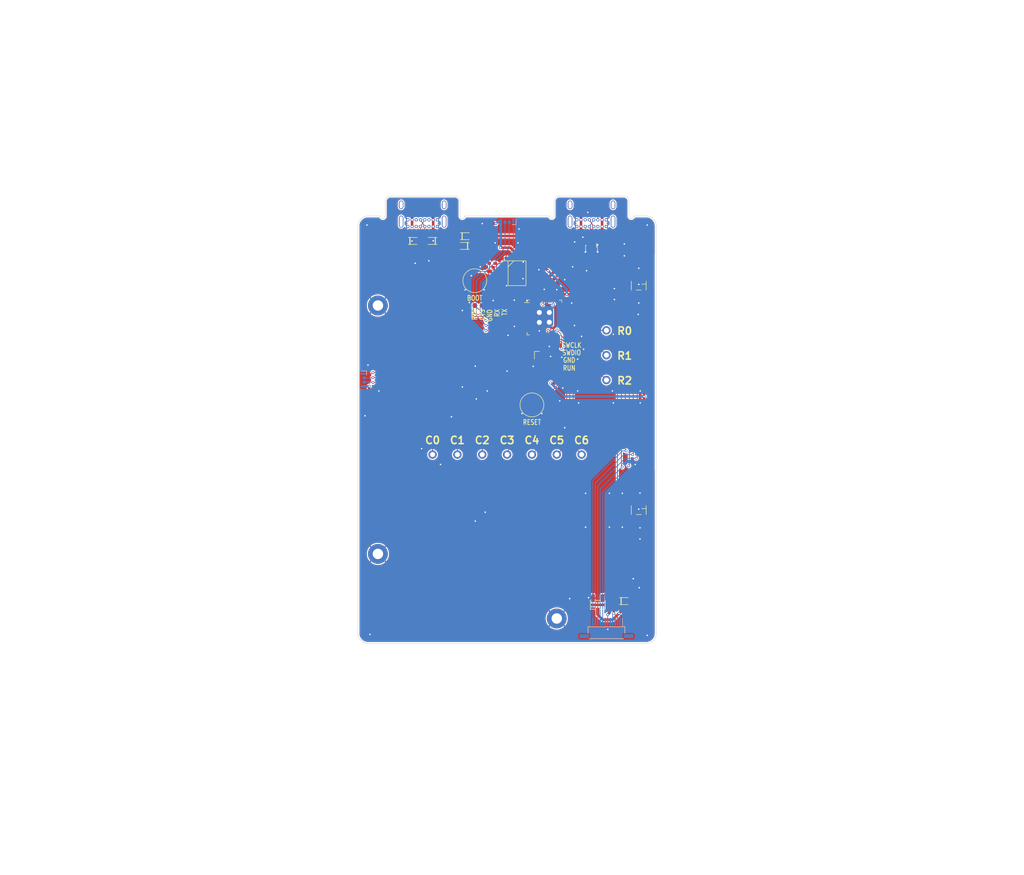
<source format=kicad_pcb>
(kicad_pcb (version 20240108) (generator "pcbnew") (generator_version "8.0")
  (layers (0 "F.Cu" signal) (31 "B.Cu" signal) (34 "B.Paste" user) (35 "F.Paste" user) (36 "B.SilkS" user "B.Silkscreen") (37 "F.SilkS" user "F.Silkscreen") (38 "B.Mask" user) (39 "F.Mask" user) (44 "Edge.Cuts" user))
  (net 0 "")
  (net 1 "Net-(U1-EN)")
  (net 2 "GND")
  (net 3 "VCC")
  (net 4 "Net-(U3-VREG_{OUT})")
  (net 5 "Net-(U2-EN)")
  (net 6 "+2V5")
  (net 7 "Net-(U3-X_{IN})")
  (net 8 "Net-(C22-Pad1)")
  (net 9 "/COL_{0}")
  (net 10 "VBUS")
  (net 11 "Net-(J2-D+1)")
  (net 12 "Net-(J2-D-1)")
  (net 13 "/COL_{1}")
  (net 14 "/COL_{2}")
  (net 15 "/COL_{6}")
  (net 16 "/COL_{3}")
  (net 17 "/COL_{4}")
  (net 18 "/COL_{5}")
  (net 19 "/ROW_{0}")
  (net 20 "/ROW_{1}")
  (net 21 "/ROW_{2}")
  (net 22 "Net-(D22-K)")
  (net 23 "Net-(D22-A)")
  (net 24 "Net-(J2-CC1)")
  (net 26 "Net-(J2-CC2)")
  (net 28 "/SCLK")
  (net 29 "/MISO")
  (net 30 "/SS")
  (net 31 "/DR")
  (net 32 "/MOSI")
  (net 33 "Net-(D24-Pad7)")
  (net 34 "Net-(D24-Pad6)")
  (net 35 "Net-(D25-A2)")
  (net 36 "Net-(D26-A2)")
  (net 37 "Net-(Q1-B)")
  (net 38 "Net-(U3-USB_{D+})")
  (net 39 "Net-(U3-USB_{D-})")
  (net 40 "Net-(U3-QSPI_{~{SS}})")
  (net 41 "Net-(D27-RK)")
  (net 42 "Net-(U3-X_{OUT})")
  (net 43 "Net-(D27-BK)")
  (net 44 "Net-(U3-P24)")
  (net 45 "Net-(U3-P23)")
  (net 46 "Net-(D27-GK)")
  (net 47 "Net-(D28-RK)")
  (net 48 "Net-(U3-P2)")
  (net 49 "Net-(U3-P3)")
  (net 50 "Net-(U3-P1)")
  (net 51 "Net-(U3-SWCLK)")
  (net 52 "Net-(U3-SWDIO)")
  (net 53 "Net-(U3-P0)")
  (net 56 "Net-(D28-BK)")
  (net 57 "Net-(D28-GK)")
  (net 58 "Net-(U3-QSPI_{SD3})")
  (net 59 "Net-(U3-QSPI_{CLK})")
  (net 60 "Net-(U3-QSPI_{SD0})")
  (net 61 "Net-(U3-QSPI_{SD2})")
  (net 62 "Net-(U3-QSPI_{SD1})")
  (net 63 "/LINK_TX")
  (net 64 "/LINK_RX")
  (net 65 "Net-(D29-A)")
  (net 70 "Net-(U3-RUN)")
  (net 71 "Net-(R2-Pad2)")
  (net 72 "Net-(R16-Pad2)")
  (net 74 "Net-(U3-P6)")
  (net 75 "Net-(U3-P7)")
  (net 76 "Net-(U3-P8)")
  (net 77 "Net-(U3-P9)")
  (net 78 "Net-(U3-P10)")
  (net 79 "Net-(U3-P11)")
  (footprint "fp:R_0402" (layer "F.Cu") (at 15.5 -21.5)
    (property "Reference" "R18" (hide yes))
    (property "Value" "5.1K")
  )
  (footprint "fp:SW_CK_PTS526" (layer "F.Cu") (at -6.5 -30)
    (property "Reference" "SW23" (hide yes))
    (property "Value" "BOOT")
  )
  (footprint "fp:R_0402" (layer "F.Cu") (at 15.5 -22.5)
    (property "Reference" "R19" (hide yes))
    (property "Value" "2.2K")
  )
  (footprint "fp:TestPoint" (layer "F.Cu") (at -3.5 -25)
    (property "Reference" "tGND1" (hide yes))
    (property "Value" "GND")
  )
  (footprint "fp:C_0402" (layer "F.Cu") (at -3.5 -41.5 180)
    (property "Reference" "C23" (hide yes))
    (property "Value" "0.1")
  )
  (footprint "fp:C_0402" (layer "F.Cu") (at 9 -17 -90)
    (property "Reference" "C19" (hide yes))
    (property "Value" "0.1")
  )
  (footprint "fp:SOT-23" (layer "F.Cu") (at 18.25 35.25 -90)
    (property "Reference" "Q1")
    (property "Value" "MMBT3904")
  )
  (footprint "fp:R_0402" (layer "F.Cu") (at -25.5 -9.5 180)
    (property "Reference" "R17" (hide yes))
    (property "Value" "10")
  )
  (footprint "fp:SOD-323" (layer "F.Cu") (at -8.5 -37 180)
    (property "Reference" "D23")
    (property "Value" "CUS520")
  )
  (footprint "fp:R_0402" (layer "F.Cu") (at 10.5 -10 -90)
    (property "Reference" "R2" (hide yes))
    (property "Value" "1K")
  )
  (footprint "fp:PinHeader_1x01" (layer "F.Cu") (at 10 5)
    (property "Reference" "COL_{5}1" (hide yes))
    (property "Value" "COL_{5}" (hide yes))
  )
  (footprint "fp:SOT-23-5" (layer "F.Cu") (at 26.5 16.179 -90)
    (property "Reference" "U2")
    (property "Value" "MIC5504-2.5YM5")
  )
  (footprint "fp:TestPoint" (layer "F.Cu") (at -6.5 -25)
    (property "Reference" "tRTS1" (hide yes))
    (property "Value" "RTS")
  )
  (footprint "fp:L_0603" (layer "F.Cu") (at 27.6945 10 -90)
    (property "Reference" "FB2" (hide yes))
    (property "Value" "PE-0603FB121ST")
  )
  (footprint "fp:R_0402" (layer "F.Cu") (at -17.5 -35.5 -90)
    (property "Reference" "R3" (hide yes))
    (property "Value" "50")
  )
  (footprint "fp:PinHeader_1x01" (layer "F.Cu") (at 5 5)
    (property "Reference" "COL_{4}1" (hide yes))
    (property "Value" "COL_{4}" (hide yes))
  )
  (footprint "fp:RH100-12.000-12-1010-X-TR-NS2" (layer "F.Cu") (at 7 -13.75 -90)
    (property "Reference" "X1" (hide yes))
    (property "Value" "RH100-12.000-12-1010-X-TR-NS2")
  )
  (footprint "fp:R_0402" (layer "F.Cu") (at -25.5 -11.5 180)
    (property "Reference" "R14" (hide yes))
    (property "Value" "120")
  )
  (footprint "fp:MountingHole_M2_Pad" (layer "F.Cu") (at -26 -25)
    (property "Reference" "M3" (hide yes))
    (property "Value" "GND" (hide yes))
  )
  (footprint "fp:SOD-323" (layer "F.Cu") (at -19 -38)
    (property "Reference" "D25")
    (property "Value" "CESD5V0D5")
  )
  (footprint "fp:MountingHole_M2_Pad" (layer "F.Cu") (at -26 25)
    (property "Reference" "M1" (hide yes))
    (property "Value" "GND" (hide yes))
  )
  (footprint "fp:PinHeader_1x01" (layer "F.Cu") (at 20 -10)
    (property "Reference" "ROW_{2}1" (hide yes))
    (property "Value" "ROW_{3}" (hide yes))
  )
  (footprint "fp:R_0402" (layer "F.Cu") (at 9.5 -10 90)
    (property "Reference" "R1" (hide yes))
    (property "Value" "10K")
  )
  (footprint "fp:R_0402" (layer "F.Cu") (at 7 -17 -90)
    (property "Reference" "R12" (hide yes))
    (property "Value" "1K")
  )
  (footprint "fp:C_0402" (layer "F.Cu") (at 2 -21.5 180)
    (property "Reference" "C14" (hide yes))
    (property "Value" "0.1")
  )
  (footprint "fp:PinHeader_1x01" (layer "F.Cu") (at 20 -15)
    (property "Reference" "ROW_{1}1" (hide yes))
    (property "Value" "ROW_{2}" (hide yes))
  )
  (footprint "fp:C_0402" (layer "F.Cu") (at 27 -32 180)
    (property "Reference" "C2" (hide yes))
    (property "Value" "0.1")
  )
  (footprint "fp:SOD-323" (layer "F.Cu") (at -8.5 -38.95)
    (property "Reference" "D22")
    (property "Value" "CUS520")
  )
  (footprint "fp:SOP-8-4.9x3.9-P1.27" (layer "F.Cu") (at 2 -31.5 -90)
    (property "Reference" "U4" (hide yes))
    (property "Value" "ZD25Q80CT")
  )
  (footprint "fp:L_0603" (layer "F.Cu") (at 27.25 -35.25 -90)
    (property "Reference" "FB1" (hide yes))
    (property "Value" "PE-0603FB121ST")
  )
  (footprint "fp:C_0402" (layer "F.Cu") (at 13 -21.5)
    (property "Reference" "C16" (hide yes))
    (property "Value" "0.1")
  )
  (footprint "fp:R_0402" (layer "F.Cu") (at -3 -33.5 180)
    (property "Reference" "R16" (hide yes))
    (property "Value" "1K")
  )
  (footprint "fp:PinHeader_1x01" (layer "F.Cu") (at 20 -20)
    (property "Reference" "ROW_{0}1" (hide yes))
    (property "Value" "ROW_{1}" (hide yes))
  )
  (footprint "fp:C_0402" (layer "F.Cu") (at 27.1945 13.25 180)
    (property "Reference" "C6" (hide yes))
    (property "Value" "0.1")
  )
  (footprint "fp:C_0402" (layer "F.Cu") (at 8 -28 90)
    (property "Reference" "C13" (hide yes))
    (property "Value" "0.1")
  )
  (footprint "fp:R_0402" (layer "F.Cu") (at 17.5 -44 180)
    (property "Reference" "R7" (hide yes))
    (property "Value" "5.1K")
  )
  (footprint "fp:PinHeader_1x01" (layer "F.Cu") (at -10 5)
    (property "Reference" "COL_{1}1" (hide yes))
    (property "Value" "COL_{1}" (hide yes))
  )
  (footprint "fp:C_0402" (layer "F.Cu") (at 2 -25.5 180)
    (property "Reference" "C12" (hide yes))
    (property "Value" "0.1")
  )
  (footprint "fp:TestPoint" (layer "F.Cu") (at 10.5 -17)
    (property "Reference" "tSWCLK1" (hide yes))
    (property "Value" "SWCLK")
  )
  (footprint "fp:C_0402" (layer "F.Cu") (at 7 -28 90)
    (property "Reference" "C18" (hide yes))
    (property "Value" "0.1")
  )
  (footprint "fp:R_0402" (layer "F.Cu") (at -25.5 -10.5 180)
    (property "Reference" "R15" (hide yes))
    (property "Value" "10")
  )
  (footprint "fp:R_0402" (layer "F.Cu") (at -16.5 -35.5 90)
    (property "Reference" "R4" (hide yes))
    (property "Value" "50")
  )
  (footprint "fp:C_0402" (layer "F.Cu") (at 27.1945 12.25 180)
    (property "Reference" "C5" (hide yes))
    (property "Value" "1")
  )
  (footprint "fp:C_0402" (layer "F.Cu") (at 27.1945 20.25 180)
    (property "Reference" "C8" (hide yes))
    (property "Value" "1")
  )
  (footprint "fp:TestPoint" (layer "F.Cu") (at -5 -25)
    (property "Reference" "tCTS1" (hide yes))
    (property "Value" "CTS")
  )
  (footprint "fp:SOD-323" (layer "F.Cu") (at 23.5 34.5)
    (property "Reference" "D29")
    (property "Value" "MMBD914LT1")
  )
  (footprint "fp:R_0402" (layer "F.Cu") (at -2 -21 180)
    (property "Reference" "R10" (hide yes))
    (property "Value" "10")
  )
  (footprint "fp:R_0402" (layer "F.Cu") (at 15.75 -39 -90)
    (property "Reference" "R6" (hide yes))
    (property "Value" "5.1K")
  )
  (footprint "fp:R_0402" (layer "F.Cu") (at -2 -22 180)
    (property "Reference" "R9" (hide yes))
    (property "Value" "120")
  )
  (footprint "fp:TestPoint" (layer "F.Cu") (at 10.5 -12.5)
    (property "Reference" "tRUN1" (hide yes))
    (property "Value" "RUN")
  )
  (footprint "fp:C_0402" (layer "F.Cu") (at 4 -34.5 180)
    (property "Reference" "C20" (hide yes))
    (property "Value" "0.1")
  )
  (footprint "fp:C_0402" (layer "F.Cu") (at 9.25 -13.75 90)
    (property "Reference" "C22" (hide yes))
    (property "Value" "14p")
  )
  (footprint "fp:R_0402" (layer "F.Cu") (at 0.5 -34.5 180)
    (property "Reference" "R13" (hide yes))
    (property "Value" "10K")
  )
  (footprint "fp:SOD-323" (layer "F.Cu") (at -15 -38 180)
    (property "Reference" "D26")
    (property "Value" "CESD5V0D5")
  )
  (footprint "fp:PinHeader_1x01" (layer "F.Cu") (at -15 5)
    (property "Reference" "COL_{0}1" (hide yes))
    (property "Value" "COL_{0}" (hide yes))
  )
  (footprint "fp:TestPoint" (layer "F.Cu") (at 10.5 -14)
    (property "Reference" "tGND2" (hide yes))
    (property "Value" "GND")
  )
  (footprint "fp:R_0402" (layer "F.Cu") (at 8.97 -31.29 45)
    (property "Reference" "R5" (hide yes))
    (property "Value" "27.4")
  )
  (footprint "fp:C_0402" (layer "F.Cu") (at 27.1945 19.249999 180)
    (property "Reference" "C7" (hide yes))
    (property "Value" "0.1")
  )
  (footprint "fp:PinHeader_1x01" (layer "F.Cu") (at -5 5)
    (property "Reference" "COL_{2}1" (hide yes))
    (property "Value" "COL_{2}" (hide yes))
  )
  (footprint "fp:C_0402" (layer "F.Cu") (at 12.5 -26)
    (property "Reference" "C15" (hide yes))
    (property "Value" "0.1")
  )
  (footprint "fp:SW_CK_PTS526" (layer "F.Cu") (at 5 -5)
    (property "Reference" "SW22" (hide yes))
    (property "Value" "RESET")
  )
  (footprint "fp:C_0402" (layer "F.Cu") (at 27 -33 180)
    (property "Reference" "C1" (hide yes))
    (property "Value" "1")
  )
  (footprint "fp:TestPoint" (layer "F.Cu") (at -0.5 -25)
    (property "Reference" "tTX1" (hide yes))
    (property "Value" "TX")
  )
  (footprint "fp:C_0402" (layer "F.Cu") (at 27 -26 180)
    (property "Reference" "C3" (hide yes))
    (property "Value" "0.1")
  )
  (footprint "fp:PinHeader_1x01" (layer "F.Cu") (at 15 5)
    (property "Reference" "COL_{6}1" (hide yes))
    (property "Value" "ROW_{0}" (hide yes))
  )
  (footprint "fp:R_0402" (layer "F.Cu") (at 9.74 -30.62 -135)
    (property "Reference" "R8" (hide yes))
    (property "Value" "27.4")
  )
  (footprint "fp:C_0402" (layer "F.Cu") (at 8 -17 -90)
    (property "Reference" "C11" (hide yes))
    (property "Value" "0.1")
  )
  (footprint "fp:C_0402" (layer "F.Cu") (at 10.5 -28 90)
    (property "Reference" "C10" (hide yes))
    (property "Value" "1")
  )
  (footprint "fp:QFN-56-EP-7x7-P0.4" (layer "F.Cu") (at 7.5 -22.6)
    (property "Reference" "U3" (hide yes))
    (property "Value" "RP2040")
  )
  (footprint "fp:C_0402" (layer "F.Cu") (at 9.5 -28 90)
    (property "Reference" "C17" (hide yes))
    (property "Value" "1")
  )
  (footprint "fp:C_0402" (layer "F.Cu") (at -27.2 -7.8)
    (property "Reference" "C24" (hide yes))
    (property "Value" "0.1")
  )
  (footprint "fp:TestPoint" (layer "F.Cu") (at -2 -25)
    (property "Reference" "tRX1" (hide yes))
    (property "Value" "RX")
  )
  (footprint "fp:TestPoint" (layer "F.Cu") (at 10.5 -15.5)
    (property "Reference" "tSWDIO1" (hide yes))
    (property "Value" "SWDIO")
  )
  (footprint "fp:SOT-23-5" (layer "F.Cu") (at 26.5 -29 -90)
    (property "Reference" "U1")
    (property "Value" "MIC5504-3.3YM5")
  )
  (footprint "fp:PinHeader_1x01" (layer "F.Cu") (at 0 5)
    (property "Reference" "COL_{3}1" (hide yes))
    (property "Value" "COL_{3}" (hide yes))
  )
  (footprint "fp:C_0402" (layer "F.Cu") (at 27.1945 21.25 180)
    (property "Reference" "C9" (hide yes))
    (property "Value" "10")
  )
  (footprint "fp:R_0402" (layer "F.Cu") (at -2 -20 180)
    (property "Reference" "R11" (hide yes))
    (property "Value" "10")
  )
  (footprint "fp:MountingHole_M2_Pad" (layer "F.Cu") (at 10 38)
    (property "Reference" "M2" (hide yes))
    (property "Value" "GND" (hide yes))
  )
  (footprint "fp:C_0402" (layer "F.Cu") (at 27 -25 180)
    (property "Reference" "C4" (hide yes))
    (property "Value" "1")
  )
  (footprint "fp:L_0603" (layer "F.Cu") (at -4 -39 180)
    (property "Reference" "FB3" (hide yes))
    (property "Value" "PE-0603FB121ST")
  )
  (footprint "fp:DFN-8-2.5x1.2-P0.45" (layer "F.Cu") (at 17 -36.5 180)
    (property "Reference" "D24" (hide yes))
    (property "Value" "ECMF02-4CMX8")
  )
  (footprint "fp:C_0402" (layer "F.Cu") (at 4.75 -13.75 -90)
    (property "Reference" "C21" (hide yes))
    (property "Value" "14p")
  )
  (footprint "fp:Harvatek-B3233GBR-20" (layer "B.Cu") (at 0 -42 180)
    (property "Reference" "D27" (hide yes))
    (property "Value" "LED_BGRA" (hide yes))
  )
  (footprint "fp:FFC_GCT_FFC2B28-12-G" (layer "B.Cu") (at 20 41.562501 180)
    (property "Reference" "J3" (hide yes))
    (property "Value" "VALVE")
  )
  (footprint "fp:USB_GCT_USB4085-FG-A" (layer "B.Cu") (at 17 -47)
    (property "Reference" "J2" (hide yes))
    (property "Value" "USB-C-16")
  )
  (footprint "fp:USB_GCT_USB4085-FG-A" (layer "B.Cu") (at -17 -47)
    (property "Reference" "J1" (hide yes))
    (property "Value" "USB-C-16")
  )
  (footprint "fp:Harvatek-B3233GBR-20" (layer "B.Cu") (at -29 -10 -90)
    (property "Reference" "D28" (hide yes))
    (property "Value" "LED_BGRA" (hide yes))
  )
  (gr_arc (start 25.5 -43) (mid 25 -42.5) (end 24.5 -43) (stroke (width 0.1)) (layer "Edge.Cuts"))
  (gr_line (start -8.5 -43) (end 8.5 -43) (stroke (width 0.1)) (layer "Edge.Cuts"))
  (gr_line (start 9.5 -43) (end 9.5 -46) (stroke (width 0.1)) (layer "Edge.Cuts"))
  (gr_arc (start -8.5 -43) (mid -9 -42.5) (end -9.5 -43) (stroke (width 0.1)) (layer "Edge.Cuts"))
  (gr_line (start -23.5 -47) (end -10.5 -47) (stroke (width 0.1)) (layer "Edge.Cuts"))
  (gr_arc (start 23.5 -47) (mid 24.207107 -46.707107) (end 24.5 -46) (stroke (width 0.1)) (layer "Edge.Cuts"))
  (gr_line (start -9.5 -46) (end -9.5 -43) (stroke (width 0.1)) (layer "Edge.Cuts"))
  (gr_arc (start 9.5 -46) (mid 9.792893 -46.707107) (end 10.5 -47) (stroke (width 0.1)) (layer "Edge.Cuts"))
  (gr_arc (start 9.5 -43) (mid 9 -42.5) (end 8.5 -43) (stroke (width 0.1)) (layer "Edge.Cuts"))
  (gr_arc (start -10.5 -47) (mid -9.792893 -46.707107) (end -9.5 -46) (stroke (width 0.1)) (layer "Edge.Cuts"))
  (gr_line (start 24.5 -46) (end 24.5 -43) (stroke (width 0.1)) (layer "Edge.Cuts"))
  (gr_arc (start -24.5 -43) (mid -25 -42.5) (end -25.5 -43) (stroke (width 0.1)) (layer "Edge.Cuts"))
  (gr_line (start 30 -41) (end 30 41) (stroke (width 0.1)) (layer "Edge.Cuts"))
  (gr_line (start 25.5 -43) (end 28 -43) (stroke (width 0.1)) (layer "Edge.Cuts"))
  (gr_line (start -24.5 -43) (end -24.5 -46) (stroke (width 0.1)) (layer "Edge.Cuts"))
  (gr_arc (start 30 41) (mid 29.414214 42.414214) (end 28 43) (stroke (width 0.1)) (layer "Edge.Cuts"))
  (gr_line (start -28 -43) (end -25.5 -43) (stroke (width 0.1)) (layer "Edge.Cuts"))
  (gr_arc (start -24.5 -46) (mid -24.207107 -46.707107) (end -23.5 -47) (stroke (width 0.1)) (layer "Edge.Cuts"))
  (gr_arc (start -28 43) (mid -29.414214 42.414214) (end -30 41) (stroke (width 0.1)) (layer "Edge.Cuts"))
  (gr_arc (start -30 -41) (mid -29.414214 -42.414214) (end -28 -43) (stroke (width 0.1)) (layer "Edge.Cuts"))
  (gr_line (start -30 41) (end -30 -41) (stroke (width 0.1)) (layer "Edge.Cuts"))
  (gr_line (start 10.5 -47) (end 23.5 -47) (stroke (width 0.1)) (layer "Edge.Cuts"))
  (gr_arc (start 28 -43) (mid 29.414214 -42.414214) (end 30 -41) (stroke (width 0.1)) (layer "Edge.Cuts"))
  (gr_line (start 28 43) (end -28 43) (stroke (width 0.1)) (layer "Edge.Cuts"))
  (gr_text "Amosis" (at -17.34 31.01 0) (layer "F.Cu" knockout) (effects (font (size 3 3) (thickness 0.3) (bold yes)) (justify left bottom)))
  (gr_text "v3.0 LHS  " (at -17.32 32.13 0) (layer "F.Cu" knockout) (effects (font (size 1 1) (thickness 0.25) (bold yes)) (justify left bottom)))
  (gr_text "R0" (at 22 -19 0) (layer "F.SilkS") (effects (font (size 1.5 1.5) (thickness 0.3) (bold yes)) (justify left bottom)))
  (gr_text "C0" (at -15 3 0) (layer "F.SilkS") (effects (font (size 1.5 1.5) (thickness 0.3) (bold yes)) (justify bottom)))
  (gr_text "C1" (at -10 3 0) (layer "F.SilkS") (effects (font (size 1.5 1.5) (thickness 0.3) (bold yes)) (justify bottom)))
  (gr_text "C2" (at -5 3 0) (layer "F.SilkS") (effects (font (size 1.5 1.5) (thickness 0.3) (bold yes)) (justify bottom)))
  (gr_text "C6" (at 15 3 0) (layer "F.SilkS") (effects (font (size 1.5 1.5) (thickness 0.3) (bold yes)) (justify bottom)))
  (gr_text "C5" (at 10 3 0) (layer "F.SilkS") (effects (font (size 1.5 1.5) (thickness 0.3) (bold yes)) (justify bottom)))
  (gr_text "R1" (at 22 -14 0) (layer "F.SilkS") (effects (font (size 1.5 1.5) (thickness 0.3) (bold yes)) (justify left bottom)))
  (gr_text "C4" (at 5 3 0) (layer "F.SilkS") (effects (font (size 1.5 1.5) (thickness 0.3) (bold yes)) (justify bottom)))
  (gr_text "R2" (at 22 -9 0) (layer "F.SilkS") (effects (font (size 1.5 1.5) (thickness 0.3) (bold yes)) (justify left bottom)))
  (gr_text "C3" (at 0 3 0) (layer "F.SilkS") (effects (font (size 1.5 1.5) (thickness 0.3) (bold yes)) (justify bottom)))
  (segment (start 27.5675 -34.057501) (end 27.25 -34.375001) (width 0.508) (layer "F.Cu") (net 1))
  (segment (start 26.75 -28.5) (end 27.45 -29.2) (width 0.1524) (layer "F.Cu") (net 1))
  (segment (start 26.25 -28.5) (end 26.75 -28.5) (width 0.1524) (layer "F.Cu") (net 1))
  (segment (start 27.45 -30.35) (end 27.45 -31.8825) (width 0.508) (layer "F.Cu") (net 1))
  (segment (start 25.55 -29.2) (end 26.25 -28.5) (width 0.1524) (layer "F.Cu") (net 1))
  (segment (start 27.45 -29.2) (end 27.45 -30.35) (width 0.1524) (layer "F.Cu") (net 1))
  (segment (start 27.5675 -33) (end 27.5675 -34.057501) (width 0.508) (layer "F.Cu") (net 1))
  (segment (start 27.5675 -32) (end 27.5675 -33) (width 0.508) (layer "F.Cu") (net 1))
  (segment (start 25.55 -30.35) (end 25.55 -29.2) (width 0.1524) (layer "F.Cu") (net 1))
  (segment (start 27.45 -31.8825) (end 27.5675 -32) (width 0.508) (layer "F.Cu") (net 1))
  (segment (start 8 -3.15) (end 7.1 -3.15) (width 0.1524) (layer "F.Cu") (net 2))
  (segment (start 8.8175 -16.4325) (end 8.5 -16.75) (width 0.1524) (layer "F.Cu") (net 2))
  (segment (start 17.75 -35.9) (end 18.1 -35.9) (width 0.1524) (layer "F.Cu") (net 2))
  (segment (start 26.4325 -25.5675) (end 26.5 -25.5) (width 0.508) (layer "F.Cu") (net 2))
  (segment (start 9.1825 -14.3175) (end 8.75 -14.75) (width 0.1524) (layer "F.Cu") (net 2))
  (segment (start 26.627 20.25) (end 26.627 19.873) (width 0.508) (layer "F.Cu") (net 2))
  (segment (start -0.65 -29.53) (end -0.11 -28.99) (width 0.1524) (layer "F.Cu") (net 2))
  (segment (start 26.4325 -25.4325) (end 26.5 -25.5) (width 0.508) (layer "F.Cu") (net 2))
  (segment (start 2.9 -3.15) (end 3 -3.25) (width 0.1524) (layer "F.Cu") (net 2))
  (segment (start 2 -3.15) (end 2.9 -3.15) (width 0.1524) (layer "F.Cu") (net 2))
  (segment (start 16.25 -35.9) (end 15.9 -35.9) (width 0.1524) (layer "F.Cu") (net 2))
  (segment (start 10.5 -28.5675) (end 10.3675 -28.5675) (width 0.1524) (layer "F.Cu") (net 2))
  (segment (start 26.5 13.377) (end 26.627 13.25) (width 0.508) (layer "F.Cu") (net 2))
  (segment (start 16.9025 -44) (end 16.5 -44) (width 0.1524) (layer "F.Cu") (net 2))
  (segment (start 9.5 -28.5675) (end 9.6125 -28.5675) (width 0.1524) (layer "F.Cu") (net 2))
  (segment (start 7.1625 -28.5675) (end 7.48 -28.25) (width 0.1524) (layer "F.Cu") (net 2))
  (segment (start 7 -28.5675) (end 7.1625 -28.5675) (width 0.1524) (layer "F.Cu") (net 2))
  (segment (start 26.4325 -32) (end 26.4325 -32.4325) (width 0.508) (layer "F.Cu") (net 2))
  (segment (start 5.35 -12.65) (end 5.25 -12.75) (width 0.1524) (layer "F.Cu") (net 2))
  (segment (start -19.18 -38) (end -19.15 -37.97) (width 0.1524) (layer "F.Cu") (net 2))
  (segment (start 26.5 -30.35) (end 26.5 -31.9325) (width 0.508) (layer "F.Cu") (net 2))
  (segment (start 8.65 -14.85) (end 8.75 -14.75) (width 0.1524) (layer "F.Cu") (net 2))
  (segment (start 26.5 -31.9325) (end 26.4325 -32) (width 0.508) (layer "F.Cu") (net 2))
  (segment (start 26.627 12.627) (end 26.75 12.75) (width 0.508) (layer "F.Cu") (net 2))
  (segment (start 13.0675 -25.5675) (end 13 -25.5) (width 0.1524) (layer "F.Cu") (net 2))
  (segment (start 26.627 21.25) (end 26.627 21.877) (width 0.508) (layer "F.Cu") (net 2))
  (segment (start 10.5 -14.1) (end 11 -14.6) (width 0.508) (layer "F.Cu") (net 2))
  (segment (start -8.44 -28.15) (end -8.43 -28.16) (width 0.1524) (layer "F.Cu") (net 2))
  (segment (start 26.5 14.829) (end 26.5 13.377) (width 0.508) (layer "F.Cu") (net 2))
  (segment (start 1.4325 -21.5) (end 1.4325 -20.8375) (width 0.1524) (layer "F.Cu") (net 2))
  (segment (start 7.7975 -28.5675) (end 7.48 -28.25) (width 0.1524) (layer "F.Cu") (net 2))
  (segment (start 4.75 -13.1825) (end 4.8175 -13.1825) (width 0.1524) (layer "F.Cu") (net 2))
  (segment (start 8 -28.5675) (end 7.7975 -28.5675) (width 0.1524) (layer "F.Cu") (net 2))
  (segment (start 26.627 12.25) (end 26.627 12.627) (width 0.508) (layer "F.Cu") (net 2))
  (segment (start 1.44 -25.5075) (end 1.4325 -25.5) (width 0.1524) (layer "F.Cu") (net 2))
  (segment (start 4.8175 -13.1825) (end 5.25 -12.75) (width 0.1524) (layer "F.Cu") (net 2))
  (segment (start 13.5675 -20.9875) (end 13.56 -20.98) (width 0.1524) (layer "F.Cu") (net 2))
  (segment (start 18.1 -35.9) (end 18.25 -35.75) (width 0.1524) (layer "F.Cu") (net 2))
  (segment (start 9.6125 -28.5675) (end 9.99 -28.19) (width 0.1524) (layer "F.Cu") (net 2))
  (segment (start 26.627 13.25) (end 26.627 12.873) (width 0.508) (layer "F.Cu") (net 2))
  (segment (start 10.5 -14) (end 10.5 -14.1) (width 0.508) (layer "F.Cu") (net 2))
  (segment (start -26.6325 -7.8) (end -25.8 -7.8) (width 0.508) (layer "F.Cu") (net 2))
  (segment (start 26.4325 -33) (end 26.4325 -32.5675) (width 0.508) (layer "F.Cu") (net 2))
  (segment (start 26.627 21.25) (end 26.627 20.25) (width 0.508) (layer "F.Cu") (net 2))
  (segment (start 26.627 19.873) (end 26.75 19.75) (width 0.508) (layer "F.Cu") (net 2))
  (segment (start 13.0675 -26) (end 13.0675 -25.5675) (width 0.1524) (layer "F.Cu") (net 2))
  (segment (start 26.5 -30.35) (end 26.5 -29.25) (width 0.508) (layer "F.Cu") (net 2))
  (segment (start 13.5675 -21.5) (end 13.5675 -20.9875) (width 0.1524) (layer "F.Cu") (net 2))
  (segment (start 26.627 19.627) (end 26.75 19.75) (width 0.508) (layer "F.Cu") (net 2))
  (segment (start 17.3 33.9) (end 17.2 33.8) (width 0.508) (layer "F.Cu") (net 2))
  (segment (start -14.85 -38) (end -14.87 -38.02) (width 0.1524) (layer "F.Cu") (net 2))
  (segment (start 26.4325 -32.4325) (end 26.5 -32.5) (width 0.508) (layer "F.Cu") (net 2))
  (segment (start 15.5975 -38.4025) (end 15.25 -38.75) (width 0.1524) (layer "F.Cu") (net 2))
  (segment (start 26.4325 -25) (end 26.4325 -25.4325) (width 0.508) (layer "F.Cu") (net 2))
  (segment (start -3.51 -28.16) (end -4.61 -28.16) (width 0.1524) (layer "F.Cu") (net 2))
  (segment (start 18.1 -37.1) (end 18.25 -37.25) (width 0.1524) (layer "F.Cu") (net 2))
  (segment (start 6.2 -12.65) (end 5.35 -12.65) (width 0.1524) (layer "F.Cu") (net 2))
  (segment (start 7.8 -14.85) (end 8.65 -14.85) (width 0.1524) (layer "F.Cu") (net 2))
  (segment (start -0.65 -29.595001) (end -0.65 -29.53) (width 0.1524) (layer "F.Cu") (net 2))
  (segment (start -4.0675 -41.5) (end -5 -41.5) (width 0.508) (layer "F.Cu") (net 2))
  (segment (start 17.75 -37.1) (end 18.1 -37.1) (width 0.1524) (layer "F.Cu") (net 2))
  (segment (start -9.5 -28.15) (end -8.44 -28.15) (width 0.1524) (layer "F.Cu") (net 2))
  (segment (start 15.9 -35.9) (end 15.75 -35.75) (width 0.1524) (layer "F.Cu") (net 2))
  (segment (start 26.4325 -26) (end 26.4325 -25.5675) (width 0.508) (layer "F.Cu") (net 2))
  (segment (start 3.4325 -34.5) (end 3.4325 -33.9325) (width 0.508) (layer "F.Cu") (net 2))
  (segment (start 15.75 -38.4025) (end 15.5975 -38.4025) (width 0.1524) (layer "F.Cu") (net 2))
  (segment (start 1.4325 -20.8375) (end 1.47 -20.8) (width 0.1524) (layer "F.Cu") (net 2))
  (segment (start 26.4325 -32.5675) (end 26.5 -32.5) (width 0.508) (layer "F.Cu") (net 2))
  (segment (start 26.627 21.877) (end 26.75 22) (width 0.508) (layer "F.Cu") (net 2))
  (segment (start 3.4325 -33.9325) (end 3.25 -33.75) (width 0.508) (layer "F.Cu") (net 2))
  (segment (start -20.249999 -38) (end -19.18 -38) (width 0.1524) (layer "F.Cu") (net 2))
  (segment (start 6.5 -19.1) (end 6.5 -19.88) (width 0.1524) (layer "F.Cu") (net 2))
  (segment (start 7.1 -3.15) (end 7 -3.25) (width 0.1524) (layer "F.Cu") (net 2))
  (segment (start -13.750001 -38) (end -14.85 -38) (width 0.1524) (layer "F.Cu") (net 2))
  (segment (start 26.627 12.873) (end 26.75 12.75) (width 0.508) (layer "F.Cu") (net 2))
  (segment (start 1.44 -26.08) (end 1.44 -25.5075) (width 0.1524) (layer "F.Cu") (net 2))
  (segment (start 10.3675 -28.5675) (end 9.99 -28.19) (width 0.1524) (layer "F.Cu") (net 2))
  (segment (start 16.5 -44) (end 16.25 -43.75) (width 0.1524) (layer "F.Cu") (net 2))
  (segment (start 26.5 14.829) (end 26.5 16) (width 0.508) (layer "F.Cu") (net 2))
  (segment (start 26.627 19.249999) (end 26.627 19.627) (width 0.508) (layer "F.Cu") (net 2))
  (segment (start 17.2 33.8) (end 16.4 33.8) (width 0.508) (layer "F.Cu") (net 2))
  (segment (start 6.5 -19.88) (end 6.49 -19.89) (width 0.1524) (layer "F.Cu") (net 2))
  (segment (start -3.5 -28.15) (end -3.51 -28.16) (width 0.1524) (layer "F.Cu") (net 2))
  (segment (start 9.25 -14.3175) (end 9.1825 -14.3175) (width 0.1524) (layer "F.Cu") (net 2))
  (segment (start 9 -16.4325) (end 8.8175 -16.4325) (width 0.1524) (layer "F.Cu") (net 2))
  (via (at -2.4 -37.6) (size 0.56) (drill 0.3) (layers "F.Cu" "B.Cu") (net 2))
  (via (at -13.4 7) (size 0.56) (drill 0.3) (layers "F.Cu" "B.Cu") (net 2))
  (via (at 26.75 12.75) (size 0.56) (drill 0.3) (layers "F.Cu" "B.Cu") (net 2))
  (via (at 13.6 -37.8) (size 0.56) (drill 0.3) (layers "F.Cu" "B.Cu") (net 2))
  (via (at 25.4 30) (size 0.56) (drill 0.3) (layers "F.Cu" "B.Cu") (net 2))
  (via (at 0.2 -19) (size 0.56) (drill 0.3) (layers "F.Cu" "B.Cu") (net 2))
  (via (at 11.6 -30.2) (size 0.56) (drill 0.3) (layers "F.Cu" "B.Cu") (net 2))
  (via (at 28.2 41.4) (size 0.56) (drill 0.3) (layers "F.Cu" "B.Cu") (net 2))
  (via (at -15.75 -34) (size 0.56) (drill 0.3) (layers "F.Cu" "B.Cu") (net 2))
  (via (at -19.15 -37.97) (size 0.56) (drill 0.3) (layers "F.Cu" "B.Cu") (net 2))
  (via (at 11.2 -8.4) (size 0.56) (drill 0.3) (layers "F.Cu" "B.Cu") (net 2))
  (via (at -27.6 41.2) (size 0.56) (drill 0.3) (layers "F.Cu" "B.Cu") (net 2))
  (via (at 26.6 31.8) (size 0.56) (drill 0.3) (layers "F.Cu" "B.Cu") (net 2))
  (via (at 3 -3.25) (size 0.56) (drill 0.3) (layers "F.Cu" "B.Cu") (net 2))
  (via (at 11 -14.6) (size 0.56) (drill 0.3) (layers "F.Cu" "B.Cu") (net 2))
  (via (at 8.5 -21.63) (size 1.4) (drill 1) (layers "F.Cu" "B.Cu") (net 2))
  (via (at 9.99 -28.19) (size 0.56) (drill 0.3) (layers "F.Cu" "B.Cu") (net 2))
  (via (at 23.6 -35) (size 0.56) (drill 0.3) (layers "F.Cu" "B.Cu") (net 2))
  (via (at 6.49 -19.89) (size 0.56) (drill 0.3) (layers "F.Cu" "B.Cu") (net 2))
  (via (at -7.6 -25.6) (size 0.56) (drill 0.3) (layers "F.Cu" "B.Cu") (net 2))
  (via (at 21.6 -28.4) (size 0.56) (drill 0.3) (layers "F.Cu" "B.Cu") (net 2))
  (via (at 7.48 -28.25) (size 0.56) (drill 0.3) (layers "F.Cu" "B.Cu") (net 2))
  (via (at -28.6 -2.8) (size 0.56) (drill 0.3) (layers "F.Cu" "B.Cu") (net 2))
  (via (at -4.61 -28.16) (size 0.56) (drill 0.3) (layers "F.Cu" "B.Cu") (net 2))
  (via (at 18.25 -35.75) (size 0.56) (drill 0.3) (layers "F.Cu" "B.Cu") (net 2))
  (via (at 2.2 -37.6) (size 0.56) (drill 0.3) (layers "F.Cu" "B.Cu") (net 2))
  (via (at -28 -13) (size 0.56) (drill 0.3) (layers "F.Cu" "B.Cu") (net 2))
  (via (at -11.2 -2.6) (size 0.56) (drill 0.3) (layers "F.Cu" "B.Cu") (net 2))
  (via (at 26.75 22) (size 0.56) (drill 0.3) (layers "F.Cu" "B.Cu") (net 2))
  (via (at 8.5 -23.6) (size 1.4) (drill 1) (layers "F.Cu" "B.Cu") (net 2))
  (via (at 3.25 -33.75) (size 0.56) (drill 0.3) (layers "F.Cu" "B.Cu") (net 2))
  (via (at 13.2 -32.8) (size 0.56) (drill 0.3) (layers "F.Cu" "B.Cu") (net 2))
  (via (at 15.25 -38.75) (size 0.56) (drill 0.3) (layers "F.Cu" "B.Cu") (net 2))
  (via (at 21.6 -26.2) (size 0.56) (drill 0.3) (layers "F.Cu" "B.Cu") (net 2))
  (via (at 20.27 40.18) (size 0.56) (drill 0.3) (layers "F.Cu" "B.Cu") (net 2))
  (via (at 16 -32) (size 0.56) (drill 0.3) (layers "F.Cu" "B.Cu") (net 2))
  (via (at 28.2 -41.2) (size 0.56) (drill 0.3) (layers "F.Cu" "B.Cu") (net 2))
  (via (at -18.5 -33.5) (size 0.56) (drill 0.3) (layers "F.Cu" "B.Cu") (net 2))
  (via (at 15.8 12.8) (size 0.56) (drill 0.3) (layers "F.Cu" "B.Cu") (net 2))
  (via (at 11.6 -0.4) (size 0.56) (drill 0.3) (layers "F.Cu" "B.Cu") (net 2))
  (via (at 20.6 19.6) (size 0.56) (drill 0.3) (layers "F.Cu" "B.Cu") (net 2))
  (via (at 6.49 -23.6) (size 1.4) (drill 1) (layers "F.Cu" "B.Cu") (net 2))
  (via (at 4 -26) (size 0.56) (drill 0.3) (layers "F.Cu" "B.Cu") (net 2))
  (via (at -14.87 -38.02) (size 0.56) (drill 0.3) (layers "F.Cu" "B.Cu") (net 2))
  (via (at -4.4 16.6) (size 0.56) (drill 0.3) (layers "F.Cu" "B.Cu") (net 2))
  (via (at 25.8 7) (size 0.56) (drill 0.3) (layers "F.Cu" "B.Cu") (net 2))
  (via (at 26.8 -7.8) (size 0.56) (drill 0.3) (layers "F.Cu" "B.Cu") (net 2))
  (via (at -25.8 -7.8) (size 0.56) (drill 0.3) (layers "F.Cu" "B.Cu") (net 2))
  (via (at -6.4 18.4) (size 0.56) (drill 0.3) (layers "F.Cu" "B.Cu") (net 2))
  (via (at 15.8 19.6) (size 0.56) (drill 0.3) (layers "F.Cu" "B.Cu") (net 2))
  (via (at -6.4 -12.8) (size 0.56) (drill 0.3) (layers "F.Cu" "B.Cu") (net 2))
  (via (at 21.4 -5.4) (size 0.56) (drill 0.3) (layers "F.Cu" "B.Cu") (net 2))
  (via (at 14.4 -5.4) (size 0.56) (drill 0.3) (layers "F.Cu" "B.Cu") (net 2))
  (via (at 26.5 -32.5) (size 0.56) (drill 0.3) (layers "F.Cu" "B.Cu") (net 2))
  (via (at 12.6 34) (size 0.56) (drill 0.3) (layers "F.Cu" "B.Cu") (net 2))
  (via (at 23.2 19.6) (size 0.56) (drill 0.3) (layers "F.Cu" "B.Cu") (net 2))
  (via (at 20.6 12.8) (size 0.56) (drill 0.3) (layers "F.Cu" "B.Cu") (net 2))
  (via (at 26.8 -5.4) (size 0.56) (drill 0.3) (layers "F.Cu" "B.Cu") (net 2))
  (via (at -28.2 -41.2) (size 0.56) (drill 0.3) (layers "F.Cu" "B.Cu") (net 2))
  (via (at -5 -41.5) (size 0.56) (drill 0.3) (layers "F.Cu" "B.Cu") (net 2))
  (via (at 16.4 33.8) (size 0.56) (drill 0.3) (layers "F.Cu" "B.Cu") (net 2))
  (via (at -8.43 -28.16) (size 0.56) (drill 0.3) (layers "F.Cu" "B.Cu") (net 2))
  (via (at 8.75 -14.75) (size 0.56) (drill 0.3) (layers "F.Cu" "B.Cu") (net 2))
  (via (at 5.25 -12.75) (size 0.56) (drill 0.3) (layers "F.Cu" "B.Cu") (net 2))
  (via (at 21.4 -19.2) (size 0.56) (drill 0.3) (layers "F.Cu" "B.Cu") (net 2))
  (via (at -0.11 -28.99) (size 0.56) (drill 0.3) (layers "F.Cu" "B.Cu") (net 2))
  (via (at 6.49 -21.6) (size 1.4) (drill 1) (layers "F.Cu" "B.Cu") (net 2))
  (via (at 14.2 -14.2) (size 0.56) (drill 0.3) (layers "F.Cu" "B.Cu") (net 2))
  (via (at -4 -7.8) (size 0.56) (drill 0.3) (layers "F.Cu" "B.Cu") (net 2))
  (via (at 10.6 -5.8) (size 0.56) (drill 0.3) (layers "F.Cu" "B.Cu") (net 2))
  (via (at -5.4 -32.8) (size 0.56) (drill 0.3) (layers "F.Cu" "B.Cu") (net 2))
  (via (at 26.5 -25.5) (size 0.56) (drill 0.3) (layers "F.Cu" "B.Cu") (net 2))
  (via (at 23.2 12.8) (size 0.56) (drill 0.3) (layers "F.Cu" "B.Cu") (net 2))
  (via (at 23.6 -37.4) (size 0.56) (drill 0.3) (layers "F.Cu" "B.Cu") (net 2))
  (via (at 0 -11.8) (size 0.56) (drill 0.3) (layers "F.Cu" "B.Cu") (net 2))
  (via (at 26.5 -29.25) (size 0.56) (drill 0.3) (layers "F.Cu" "B.Cu") (net 2))
  (via (at 1.44 -26.08) (size 0.56) (drill 0.3) (layers "F.Cu" "B.Cu") (net 2))
  (via (at 3.2 -30.4) (size 0.56) (drill 0.3) (layers "F.Cu" "B.Cu") (net 2))
  (via (at 18.25 -37.25) (size 0.56) (drill 0.3) (layers "F.Cu" "B.Cu") (net 2))
  (via (at -2.8 -26) (size 0.56) (drill 0.3) (layers "F.Cu" "B.Cu") (net 2))
  (via (at 15.4 -16.2) (size 0.56) (drill 0.3) (layers "F.Cu" "B.Cu") (net 2))
  (via (at 7 -3.25) (size 0.56) (drill 0.3) (layers "F.Cu" "B.Cu") (net 2))
  (via (at 26.75 19.75) (size 0.56) (drill 0.3) (layers "F.Cu" "B.Cu") (net 2))
  (via (at 15.75 -35.75) (size 0.56) (drill 0.3) (layers "F.Cu" "B.Cu") (net 2))
  (via (at 26.4 -23.2) (size 0.56) (drill 0.3) (layers "F.Cu" "B.Cu") (net 2))
  (via (at -9 -8.6) (size 0.56) (drill 0.3) (layers "F.Cu" "B.Cu") (net 2))
  (via (at 6.4 -32.2) (size 0.56) (drill 0.3) (layers "F.Cu" "B.Cu") (net 2))
  (via (at -6.2 -6.2) (size 0.56) (drill 0.3) (layers "F.Cu" "B.Cu") (net 2))
  (via (at -9 -24) (size 0.56) (drill 0.3) (layers "F.Cu" "B.Cu") (net 2))
  (via (at 21.2 -7.8) (size 0.56) (drill 0.3) (layers "F.Cu" "B.Cu") (net 2))
  (via (at 1.47 -20.8) (size 0.56) (drill 0.3) (layers "F.Cu" "B.Cu") (net 2))
  (via (at 16.25 -43.75) (size 0.56) (drill 0.3) (layers "F.Cu" "B.Cu") (net 2))
  (via (at 26.5 16) (size 0.56) (drill 0.3) (layers "F.Cu" "B.Cu") (net 2))
  (via (at -7.2 -31) (size 0.56) (drill 0.3) (layers "F.Cu" "B.Cu") (net 2))
  (via (at 14.2 -7.8) (size 0.56) (drill 0.3) (layers "F.Cu" "B.Cu") (net 2))
  (via (at -17.2 3.8) (size 0.56) (drill 0.3) (layers "F.Cu" "B.Cu") (net 2))
  (via (at 8.5 -16.75) (size 0.56) (drill 0.3) (layers "F.Cu" "B.Cu") (net 2))
  (via (at 13 -25.5) (size 0.56) (drill 0.3) (layers "F.Cu" "B.Cu") (net 2))
  (via (at 15 -18.8) (size 0.56) (drill 0.3) (layers "F.Cu" "B.Cu") (net 2))
  (via (at 13.56 -20.98) (size 0.56) (drill 0.3) (layers "F.Cu" "B.Cu") (net 2))
  (via (at 2.4 -40.4) (size 0.56) (drill 0.3) (layers "F.Cu" "B.Cu") (net 2))
  (segment (start 20.75 38.662502) (end 20.75 39.7) (width 0.1524) (layer "B.Cu") (net 2))
  (segment (start 20.75 39.7) (end 20.27 40.18) (width 0.1524) (layer "B.Cu") (net 2))
  (segment (start 19.750001 39.660001) (end 20.27 40.18) (width 0.1524) (layer "B.Cu") (net 2))
  (segment (start 19.750001 38.662501) (end 19.750001 39.660001) (width 0.1524) (layer "B.Cu") (net 2))
  (segment (start 7.88 -24.67) (end 7.85 -24.7) (width 0.254) (layer "F.Cu") (net 3))
  (segment (start 11 -25.2) (end 11.33 -25.2) (width 0.254) (layer "F.Cu") (net 3))
  (segment (start 7.7 -20.27) (end 7.7 -20.19) (width 0.254) (layer "F.Cu") (net 3))
  (segment (start 2.6675 -21.6) (end 2.5675 -21.5) (width 0.254) (layer "F.Cu") (net 3))
  (segment (start 8 -17.5675) (end 7.7 -17.8675) (width 0.254) (layer "F.Cu") (net 3))
  (segment (start 27.5675 7.0325) (end 24.4 10.2) (width 0.508) (layer "F.Cu") (net 3))
  (segment (start 9.75 -24.7) (end 9.72 -24.67) (width 0.254) (layer "F.Cu") (net 3))
  (segment (start 9.94 -21.19) (end 9.94 -21.6) (width 0.254) (layer "F.Cu") (net 3))
  (segment (start 2.8675 -25.2) (end 2.5675 -25.5) (width 0.254) (layer "F.Cu") (net 3))
  (segment (start 8.1 -24.95) (end 7.85 -24.7) (width 0.1524) (layer "F.Cu") (net 3))
  (segment (start 27.5675 -27.5325) (end 27.45 -27.65) (width 0.508) (layer "F.Cu") (net 3))
  (segment (start -27.75 -4.75) (end 12.25 35.25) (width 0.508) (layer "F.Cu") (net 3))
  (segment (start 7.7 -27.1325) (end 8 -27.4325) (width 0.1524) (layer "F.Cu") (net 3))
  (segment (start 10.5 -27.4325) (end 10.5 -26.94) (width 0.254) (layer "F.Cu") (net 3))
  (segment (start 24.4 10.2) (end 24.4 30.8) (width 0.508) (layer "F.Cu") (net 3))
  (segment (start 9.85 -24.6) (end 9.75 -24.7) (width 0.254) (layer "F.Cu") (net 3))
  (segment (start 6.845001 -33.404999) (end 8.25 -32) (width 0.508) (layer "F.Cu") (net 3))
  (segment (start 7.7 -20.28) (end 8.03 -20.61) (width 0.254) (layer "F.Cu") (net 3))
  (segment (start 8.8075 -9.4025) (end 8.79 -9.42) (width 0.1524) (layer "F.Cu") (net 3))
  (segment (start 20.55 34.65) (end 20.55 35.25) (width 0.508) (layer "F.Cu") (net 3))
  (segment (start 7.7 -20.19) (end 7.7 -20.28) (width 0.254) (layer "F.Cu") (net 3))
  (segment (start 7.49 -20.48) (end 7.7 -20.27) (width 0.254) (layer "F.Cu") (net 3))
  (segment (start 10.345 -25.395) (end 9.75 -24.8) (width 0.254) (layer "F.Cu") (net 3))
  (segment (start 11 -25.2) (end 10.54 -25.2) (width 0.254) (layer "F.Cu") (net 3))
  (segment (start 10.345 -25.395) (end 10.1 -25.64) (width 0.254) (layer "F.Cu") (net 3))
  (segment (start 27.5675 -24.6675) (end 27.05 -24.15) (width 0.508) (layer "F.Cu") (net 3))
  (segment (start 1.9475 -35.35) (end 1.0975 -34.5) (width 0.508) (layer "F.Cu") (net 3))
  (segment (start 20.55 36.92) (end 20.25 37.22) (width 0.508) (layer "F.Cu") (net 3))
  (segment (start 4 -25.2) (end 2.8675 -25.2) (width 0.254) (layer "F.Cu") (net 3))
  (segment (start 4 -21.6) (end 2.6675 -21.6) (width 0.254) (layer "F.Cu") (net 3))
  (segment (start 27.5675 -25) (end 27.5675 -24.6675) (width 0.508) (layer "F.Cu") (net 3))
  (segment (start 4.5675 -34.5) (end 4.5675 -34.8725) (width 0.508) (layer "F.Cu") (net 3))
  (segment (start 5.3 -21.6) (end 5.4 -21.7) (width 0.254) (layer "F.Cu") (net 3))
  (segment (start 8.1 -26.1) (end 8.1 -24.95) (width 0.1524) (layer "F.Cu") (net 3))
  (segment (start 20.55 35.25) (end 20.55 36.92) (width 0.508) (layer "F.Cu") (net 3))
  (segment (start 5.4 -25.15) (end 5.45 -25.2) (width 0.254) (layer "F.Cu") (net 3))
  (segment (start 12.25 35.25) (end 20.55 35.25) (width 0.508) (layer "F.Cu") (net 3))
  (segment (start 9.94 -21.6) (end 9.85 -21.69) (width 0.254) (layer "F.Cu") (net 3))
  (segment (start 4.65 -33.404999) (end 6.845001 -33.404999) (width 0.508) (layer "F.Cu") (net 3))
  (segment (start 11.9325 -25.8025) (end 11.9325 -26) (width 0.254) (layer "F.Cu") (net 3))
  (segment (start 5.45 -25.2) (end 5.64 -25.2) (width 0.254) (layer "F.Cu") (net 3))
  (segment (start 6.17 -24.67) (end 7.82 -24.67) (width 0.254) (layer "F.Cu") (net 3))
  (segment (start 8.03 -20.61) (end 9.36 -20.61) (width 0.254) (layer "F.Cu") (net 3))
  (segment (start 4.5675 -34.5) (end 4.5675 -33.487499) (width 0.508) (layer "F.Cu") (net 3))
  (segment (start 4.5675 -33.487499) (end 4.65 -33.404999) (width 0.508) (layer "F.Cu") (net 3))
  (segment (start 7.82 -24.67) (end 7.85 -24.7) (width 0.254) (layer "F.Cu") (net 3))
  (segment (start 10.5 -26.94) (end 10.1 -26.54) (width 0.254) (layer "F.Cu") (net 3))
  (segment (start 4 -21.6) (end 5.3 -21.6) (width 0.254) (layer "F.Cu") (net 3))
  (segment (start 5.4 -21.7) (end 5.4 -25.15) (width 0.254) (layer "F.Cu") (net 3))
  (segment (start 24.97 -24.15) (end 21.87 -27.25) (width 0.508) (layer "F.Cu") (net 3))
  (segment (start 9.75 -24.8) (end 9.75 -24.7) (width 0.254) (layer "F.Cu") (net 3))
  (segment (start 4.5675 -34.8725) (end 4.09 -35.35) (width 0.508) (layer "F.Cu") (net 3))
  (segment (start 8.1 -27.3325) (end 8 -27.4325) (width 0.1524) (layer "F.Cu") (net 3))
  (segment (start 27.5675 -25) (end 27.5675 7.0325) (width 0.508) (layer "F.Cu") (net 3))
  (segment (start 5.65 -20.48) (end 7.49 -20.48) (width 0.254) (layer "F.Cu") (net 3))
  (segment (start 8.1 -26.1) (end 8.1 -27.3325) (width 0.1524) (layer "F.Cu") (net 3))
  (segment (start 10.6825 -27.25) (end 10.5 -27.4325) (width 0.508) (layer "F.Cu") (net 3))
  (segment (start 27.5675 -26) (end 27.5675 -27.5325) (width 0.508) (layer "F.Cu") (net 3))
  (segment (start 5.64 -25.2) (end 6.17 -24.67) (width 0.254) (layer "F.Cu") (net 3))
  (segment (start 27.05 -24.15) (end 24.97 -24.15) (width 0.508) (layer "F.Cu") (net 3))
  (segment (start -27.75 -8.75) (end -27.75 -4.75) (width 0.508) (layer "F.Cu") (net 3))
  (segment (start 5.39 -21.51) (end 5.39 -20.74) (width 0.254) (layer "F.Cu") (net 3))
  (segment (start 9.36 -20.61) (end 9.94 -21.19) (width 0.254) (layer "F.Cu") (net 3))
  (segment (start 5.3 -21.6) (end 5.39 -21.51) (width 0.254) (layer "F.Cu") (net 3))
  (segment (start 0.6575 -36.64) (end 1.9475 -35.35) (width 0.508) (layer "F.Cu") (net 3))
  (segment (start 7.7 -26.1) (end 7.7 -24.85) (width 0.1524) (layer "F.Cu") (net 3))
  (segment (start 5.39 -20.74) (end 5.65 -20.48) (width 0.254) (layer "F.Cu") (net 3))
  (segment (start -2.25 -41.5) (end -2.9325 -41.5) (width 0.508) (layer "F.Cu") (net 3))
  (segment (start 4.09 -35.35) (end 1.9475 -35.35) (width 0.508) (layer "F.Cu") (net 3))
  (segment (start 9.5 -9.4025) (end 8.8075 -9.4025) (width 0.1524) (layer "F.Cu") (net 3))
  (segment (start 21.87 -27.25) (end 10.6825 -27.25) (width 0.508) (layer "F.Cu") (net 3))
  (segment (start 24.4 30.8) (end 20.55 34.65) (width 0.508) (layer "F.Cu") (net 3))
  (segment (start 10.54 -25.2) (end 10.345 -25.395) (width 0.254) (layer "F.Cu") (net 3))
  (segment (start 27.5675 -25) (end 27.5675 -26) (width 0.508) (layer "F.Cu") (net 3))
  (segment (start 7.7 -26.1) (end 7.7 -27.1325) (width 0.1524) (layer "F.Cu") (net 3))
  (segment (start 4 -25.2) (end 5.45 -25.2) (width 0.254) (layer "F.Cu") (net 3))
  (segment (start 11 -21.6) (end 9.94 -21.6) (width 0.254) (layer "F.Cu") (net 3))
  (segment (start 10.1 -26.54) (end 10.1 -26.1) (width 0.254) (layer "F.Cu") (net 3))
  (segment (start 11 -21.6) (end 12.3325 -21.6) (width 0.254) (layer "F.Cu") (net 3))
  (segment (start 9.7 -26.1) (end 10.1 -26.1) (width 0.254) (layer "F.Cu") (net 3))
  (segment (start 12.3325 -21.6) (end 12.4325 -21.5) (width 0.254) (layer "F.Cu") (net 3))
  (segment (start 11.33 -25.2) (end 11.9325 -25.8025) (width 0.254) (layer "F.Cu") (net 3))
  (segment (start -1.36 -36.64) (end 0.6575 -36.64) (width 0.508) (layer "F.Cu") (net 3))
  (segment (start 9.72 -24.67) (end 7.88 -24.67) (width 0.254) (layer "F.Cu") (net 3))
  (segment (start 7.7 -24.85) (end 7.85 -24.7) (width 0.1524) (layer "F.Cu") (net 3))
  (segment (start 7.7 -17.8675) (end 7.7 -20.19) (width 0.254) (layer "F.Cu") (net 3))
  (segment (start 10.1 -25.64) (end 10.1 -26.1) (width 0.254) (layer "F.Cu") (net 3))
  (segment (start 9.85 -21.69) (end 9.85 -24.6) (width 0.254) (layer "F.Cu") (net 3))
  (via (at -1.36 -36.64) (size 0.56) (drill 0.3) (layers "F.Cu" "B.Cu") (net 3))
  (via (at -2.25 -41.5) (size 0.56) (drill 0.3) (layers "F.Cu" "B.Cu") (net 3))
  (via (at 12 -27.25) (size 0.56) (drill 0.3) (layers "F.Cu" "B.Cu") (net 3))
  (via (at 8.79 -9.42) (size 0.56) (drill 0.3) (layers "F.Cu" "B.Cu") (net 3))
  (via (at 8.25 -32) (size 0.56) (drill 0.3) (layers "F.Cu" "B.Cu") (net 3))
  (via (at 27.5675 -6.7) (size 0.56) (drill 0.3) (layers "F.Cu" "B.Cu") (net 3))
  (via (at -27.75 -8.75) (size 0.56) (drill 0.3) (layers "F.Cu" "B.Cu") (net 3))
  (via (at 20.25 37.22) (size 0.56) (drill 0.3) (layers "F.Cu" "B.Cu") (net 3))
  (segment (start 20.250001 38.662501) (end 20.250001 37.220001) (width 0.1524) (layer "B.Cu") (net 3))
  (segment (start -1.75 -42) (end -2.25 -41.5) (width 0.508) (layer "B.Cu") (net 3))
  (segment (start 12 -28.25) (end 8.25 -32) (width 0.508) (layer "B.Cu") (net 3))
  (segment (start -1.275 -42) (end -1.275 -36.725) (width 0.508) (layer "B.Cu") (net 3))
  (segment (start 11.51 -6.7) (end 8.79 -9.42) (width 0.508) (layer "B.Cu") (net 3))
  (segment (start 12 -27.25) (end 12 -28.25) (width 0.508) (layer "B.Cu") (net 3))
  (segment (start -1.275 -36.725) (end -1.36 -36.64) (width 0.508) (layer "B.Cu") (net 3))
  (segment (start 20.250001 37.220001) (end 20.25 37.22) (width 0.1524) (layer "B.Cu") (net 3))
  (segment (start -29 -8.725) (end -27.775 -8.725) (width 0.508) (layer "B.Cu") (net 3))
  (segment (start -1.275 -42) (end -1.75 -42) (width 0.508) (layer "B.Cu") (net 3))
  (segment (start -27.775 -8.725) (end -27.75 -8.75) (width 0.508) (layer "B.Cu") (net 3))
  (segment (start 27.5675 -6.7) (end 11.51 -6.7) (width 0.508) (layer "B.Cu") (net 3))
  (segment (start 9.3 -26.1) (end 9.3 -25.26) (width 0.1524) (layer "F.Cu") (net 4))
  (segment (start 8.1 -19.88) (end 8.1 -19.1) (width 0.1524) (layer "F.Cu") (net 4))
  (segment (start 8.24 -20.02) (end 8.1 -19.88) (width 0.1524) (layer "F.Cu") (net 4))
  (segment (start 7.3 -26.1) (end 7.3 -25.34) (width 0.1524) (layer "F.Cu") (net 4))
  (segment (start 7.3 -26.1) (end 7.3 -27.1325) (width 0.1524) (layer "F.Cu") (net 4))
  (segment (start 8.1 -19.1) (end 8.1 -18.4675) (width 0.1524) (layer "F.Cu") (net 4))
  (segment (start 8.1 -18.4675) (end 9 -17.5675) (width 0.1524) (layer "F.Cu") (net 4))
  (segment (start 7.3 -27.1325) (end 7 -27.4325) (width 0.1524) (layer "F.Cu") (net 4))
  (segment (start 9.3 -25.26) (end 9.31 -25.25) (width 0.1524) (layer "F.Cu") (net 4))
  (segment (start 9.3 -26.1) (end 9.3 -27.2325) (width 0.1524) (layer "F.Cu") (net 4))
  (segment (start 9.3 -27.2325) (end 9.5 -27.4325) (width 0.1524) (layer "F.Cu") (net 4))
  (segment (start 7.3 -25.34) (end 7.2 -25.24) (width 0.1524) (layer "F.Cu") (net 4))
  (via (at 7.2 -25.24) (size 0.56) (drill 0.3) (layers "F.Cu" "B.Cu") (net 4))
  (via (at 9.31 -25.25) (size 0.56) (drill 0.3) (layers "F.Cu" "B.Cu") (net 4))
  (via (at 8.24 -20.02) (size 0.56) (drill 0.3) (layers "F.Cu" "B.Cu") (net 4))
  (segment (start 8.24 -20.02) (end 8.63 -20.02) (width 0.1524) (layer "B.Cu") (net 4))
  (segment (start 9.31 -25.25) (end 7.21 -25.25) (width 0.1524) (layer "B.Cu") (net 4))
  (segment (start 9.6 -24.96) (end 9.31 -25.25) (width 0.1524) (layer "B.Cu") (net 4))
  (segment (start 8.63 -20.02) (end 9.6 -20.99) (width 0.1524) (layer "B.Cu") (net 4))
  (segment (start 9.6 -20.99) (end 9.6 -24.96) (width 0.1524) (layer "B.Cu") (net 4))
  (segment (start 7.21 -25.25) (end 7.2 -25.24) (width 0.1524) (layer "B.Cu") (net 4))
  (segment (start 25.55 16.05) (end 26 16.5) (width 0.1524) (layer "F.Cu") (net 5))
  (segment (start 27.6945 10.874999) (end 27.6945 12.1825) (width 0.508) (layer "F.Cu") (net 5))
  (segment (start 25.55 14.829) (end 25.55 16.05) (width 0.1524) (layer "F.Cu") (net 5))
  (segment (start 27 16.5) (end 27.45 16.05) (width 0.1524) (layer "F.Cu") (net 5))
  (segment (start 27.45 16.05) (end 27.45 14.829) (width 0.1524) (layer "F.Cu") (net 5))
  (segment (start 27.762 12.25) (end 27.762 13.25) (width 0.508) (layer "F.Cu") (net 5))
  (segment (start 27.45 13.562) (end 27.762 13.25) (width 0.508) (layer "F.Cu") (net 5))
  (segment (start 27.6945 12.1825) (end 27.762 12.25) (width 0.508) (layer "F.Cu") (net 5))
  (segment (start 27.45 14.829) (end 27.45 13.562) (width 0.508) (layer "F.Cu") (net 5))
  (segment (start 26 16.5) (end 27 16.5) (width 0.1524) (layer "F.Cu") (net 5))
  (segment (start 27.45 18.937999) (end 27.762 19.249999) (width 0.508) (layer "F.Cu") (net 6))
  (segment (start 22.250001 34.539999) (end 21.49 35.3) (width 0.508) (layer "F.Cu") (net 6))
  (segment (start 27.762 21.25) (end 27.762 28.988) (width 0.508) (layer "F.Cu") (net 6))
  (segment (start 27.762 21.25) (end 27.762 20.25) (width 0.508) (layer "F.Cu") (net 6))
  (segment (start 22.250001 34.5) (end 22.250001 34.539999) (width 0.508) (layer "F.Cu") (net 6))
  (segment (start 22.250001 34.499999) (end 22.250001 34.5) (width 0.508) (layer "F.Cu") (net 6))
  (segment (start 27.762 19.249999) (end 27.762 20.25) (width 0.508) (layer "F.Cu") (net 6))
  (segment (start 27.762 28.988) (end 22.250001 34.499999) (width 0.508) (layer "F.Cu") (net 6))
  (segment (start 21.49 35.3) (end 21.49 36.93) (width 0.508) (layer "F.Cu") (net 6))
  (segment (start 27.45 17.529) (end 27.45 18.937999) (width 0.508) (layer "F.Cu") (net 6))
  (via (at 21.49 36.93) (size 0.56) (drill 0.3) (layers "F.Cu" "B.Cu") (net 6))
  (segment (start 21.75 38.662503) (end 21.75 37.19) (width 0.1524) (layer "B.Cu") (net 6))
  (segment (start 21.75 37.19) (end 21.49 36.93) (width 0.1524) (layer "B.Cu") (net 6))
  (segment (start 21.249999 37.170001) (end 21.49 36.93) (width 0.1524) (layer "B.Cu") (net 6))
  (segment (start 21.249999 38.662502) (end 21.249999 37.170001) (width 0.1524) (layer "B.Cu") (net 6))
  (segment (start 6.9 -18.47) (end 6.25 -17.82) (width 0.1524) (layer "F.Cu") (net 7))
  (segment (start 6.25 -14.9) (end 6.2 -14.85) (width 0.1524) (layer "F.Cu") (net 7))
  (segment (start 5.6675 -14.3175) (end 6.2 -14.85) (width 0.1524) (layer "F.Cu") (net 7))
  (segment (start 6.9 -19.1) (end 6.9 -18.47) (width 0.1524) (layer "F.Cu") (net 7))
  (segment (start 4.75 -14.3175) (end 5.6675 -14.3175) (width 0.1524) (layer "F.Cu") (net 7))
  (segment (start 6.25 -17.82) (end 6.25 -14.9) (width 0.1524) (layer "F.Cu") (net 7))
  (segment (start 7 -13.45) (end 7.8 -12.65) (width 0.1524) (layer "F.Cu") (net 8))
  (segment (start 9.25 -13.1825) (end 8.3325 -13.1825) (width 0.1524) (layer "F.Cu") (net 8))
  (segment (start 7 -16.4025) (end 7 -13.45) (width 0.1524) (layer "F.Cu") (net 8))
  (segment (start 8.3325 -13.1825) (end 7.8 -12.65) (width 0.1524) (layer "F.Cu") (net 8))
  (segment (start 4.9 -19.1) (end 3.89 -19.1) (width 0.1524) (layer "F.Cu") (net 9))
  (segment (start -15 -0.21) (end -15 5) (width 0.1524) (layer "F.Cu") (net 9))
  (segment (start 3.89 -19.1) (end -15 -0.21) (width 0.1524) (layer "F.Cu") (net 9))
  (segment (start 14.049 -39) (end -3.125001 -39) (width 0.508) (layer "F.Cu") (net 10))
  (segment (start 14.875 -42.25) (end 14.875 -43.625) (width 0.508) (layer "F.Cu") (net 10))
  (segment (start 14.875 -39.826) (end 14.049 -39) (width 0.508) (layer "F.Cu") (net 10))
  (segment (start 16 -44.75) (end 18.5 -44.75) (width 0.508) (layer "F.Cu") (net 10))
  (segment (start 27.25 -36.124999) (end 27.875001 -36.124999) (width 0.508) (layer "F.Cu") (net 10))
  (segment (start 27.875001 -36.124999) (end 29 -35) (width 0.508) (layer "F.Cu") (net 10))
  (segment (start 29 7.819501) (end 27.6945 9.125001) (width 0.508) (layer "F.Cu") (net 10))
  (segment (start 29 -35) (end 29 7.819501) (width 0.508) (layer "F.Cu") (net 10))
  (segment (start 19.125 -42.25) (end 19.125 -40.9) (width 0.508) (layer "F.Cu") (net 10))
  (segment (start 19.125 -40.9) (end 19.125 -40.125) (width 0.508) (layer "F.Cu") (net 10))
  (segment (start 15.949 -37.1) (end 14.049 -39) (width 0.1524) (layer "F.Cu") (net 10))
  (segment (start 14.875 -40.9) (end 14.875 -39.826) (width 0.508) (layer "F.Cu") (net 10))
  (segment (start 19.125 -40.125) (end 23.125001 -36.124999) (width 0.508) (layer "F.Cu") (net 10))
  (segment (start 14.875 -42.25) (end 14.875 -40.9) (width 0.508) (layer "F.Cu") (net 10))
  (segment (start 16.25 -37.1) (end 15.949 -37.1) (width 0.1524) (layer "F.Cu") (net 10))
  (segment (start 23.125001 -36.124999) (end 27.25 -36.124999) (width 0.508) (layer "F.Cu") (net 10))
  (segment (start 19.125 -44.125) (end 19.125 -42.25) (width 0.508) (layer "F.Cu") (net 10))
  (segment (start 18.5 -44.75) (end 19.125 -44.125) (width 0.508) (layer "F.Cu") (net 10))
  (segment (start 14.875 -43.625) (end 16 -44.75) (width 0.508) (layer "F.Cu") (net 10))
  (segment (start 16.75 -40.725) (end 16.75 -37.1) (width 0.1524) (layer "F.Cu") (net 11))
  (segment (start 16.575 -40.9) (end 16.75 -40.725) (width 0.1524) (layer "F.Cu") (net 11))
  (segment (start 16.575 -40.9) (end 17.425 -42.25) (width 0.1524) (layer "B.Cu") (net 11))
  (segment (start 17.25 -40.725) (end 17.425 -40.9) (width 0.1524) (layer "F.Cu") (net 12))
  (segment (start 17.425 -40.9) (end 16.575 -42.25) (width 0.1524) (layer "F.Cu") (net 12))
  (segment (start 17.25 -37.1) (end 17.25 -40.725) (width 0.1524) (layer "F.Cu") (net 12))
  (segment (start 5.3 -18.57) (end 4.96 -18.23) (width 0.1524) (layer "F.Cu") (net 13))
  (segment (start -10 -4.06) (end -10 5) (width 0.1524) (layer "F.Cu") (net 13))
  (segment (start 4.96 -18.23) (end 4.17 -18.23) (width 0.1524) (layer "F.Cu") (net 13))
  (segment (start 5.3 -19.1) (end 5.3 -18.57) (width 0.1524) (layer "F.Cu") (net 13))
  (segment (start 4.17 -18.23) (end -10 -4.06) (width 0.1524) (layer "F.Cu") (net 13))
  (segment (start 4.6 -17.73) (end -5 -8.13) (width 0.1524) (layer "F.Cu") (net 14))
  (segment (start 5.7 -18.38) (end 5.05 -17.73) (width 0.1524) (layer "F.Cu") (net 14))
  (segment (start 5.05 -17.73) (end 4.6 -17.73) (width 0.1524) (layer "F.Cu") (net 14))
  (segment (start 5.7 -19.1) (end 5.7 -18.38) (width 0.1524) (layer "F.Cu") (net 14))
  (segment (start -5 -8.13) (end -5 5) (width 0.1524) (layer "F.Cu") (net 14))
  (segment (start 11 -19.7) (end 13.32 -17.38) (width 0.1524) (layer "F.Cu") (net 15))
  (segment (start 11 -20) (end 11 -19.7) (width 0.1524) (layer "F.Cu") (net 15))
  (segment (start 13.32 3.32) (end 15 5) (width 0.1524) (layer "F.Cu") (net 15))
  (segment (start 13.32 -17.38) (end 13.32 3.32) (width 0.1524) (layer "F.Cu") (net 15))
  (segment (start 6.1 -19.1) (end 6.1 -18.33) (width 0.1524) (layer "F.Cu") (net 16))
  (segment (start 0.8 -13.03) (end 0.8 3.6) (width 0.1524) (layer "F.Cu") (net 16))
  (segment (start 6.1 -18.33) (end 0.8 -13.03) (width 0.1524) (layer "F.Cu") (net 16))
  (segment (start 0 4.4) (end 0 5) (width 0.1524) (layer "F.Cu") (net 16))
  (segment (start 0.8 3.6) (end 0 4.4) (width 0.1524) (layer "F.Cu") (net 16))
  (segment (start 9.7 -18.57) (end 10.11 -18.16) (width 0.1524) (layer "F.Cu") (net 17))
  (segment (start 11.06 -18.16) (end 11.99 -17.23) (width 0.1524) (layer "F.Cu") (net 17))
  (segment (start 11.99 -1.99) (end 5 5) (width 0.1524) (layer "F.Cu") (net 17))
  (segment (start 11.99 -17.23) (end 11.99 -1.99) (width 0.1524) (layer "F.Cu") (net 17))
  (segment (start 9.7 -19.1) (end 9.7 -18.57) (width 0.1524) (layer "F.Cu") (net 17))
  (segment (start 10.11 -18.16) (end 11.06 -18.16) (width 0.1524) (layer "F.Cu") (net 17))
  (segment (start 10.1 -19.1) (end 10.72 -19.1) (width 0.1524) (layer "F.Cu") (net 18))
  (segment (start 12.61 2.39) (end 10 5) (width 0.1524) (layer "F.Cu") (net 18))
  (segment (start 10.72 -19.1) (end 12.61 -17.21) (width 0.1524) (layer "F.Cu") (net 18))
  (segment (start 12.61 -17.21) (end 12.61 2.39) (width 0.1524) (layer "F.Cu") (net 18))
  (segment (start 12.93 -20) (end 20 -20) (width 0.1524) (layer "F.Cu") (net 19))
  (segment (start 11 -21.2) (end 11.73 -21.2) (width 0.1524) (layer "F.Cu") (net 19))
  (segment (start 11.73 -21.2) (end 12.93 -20) (width 0.1524) (layer "F.Cu") (net 19))
  (segment (start 11.64 -20.8) (end 14.76 -17.68) (width 0.1524) (layer "F.Cu") (net 20))
  (segment (start 14.76 -17.68) (end 17.32 -17.68) (width 0.1524) (layer "F.Cu") (net 20))
  (segment (start 11 -20.8) (end 11.64 -20.8) (width 0.1524) (layer "F.Cu") (net 20))
  (segment (start 17.32 -17.68) (end 20 -15) (width 0.1524) (layer "F.Cu") (net 20))
  (segment (start 11.51 -20.4) (end 14.19 -17.72) (width 0.1524) (layer "F.Cu") (net 21))
  (segment (start 14.19 -17.72) (end 14.19 -15.81) (width 0.1524) (layer "F.Cu") (net 21))
  (segment (start 14.19 -15.81) (end 20 -10) (width 0.1524) (layer "F.Cu") (net 21))
  (segment (start 11 -20.4) (end 11.51 -20.4) (width 0.1524) (layer "F.Cu") (net 21))
  (segment (start -10.55 -39.75) (end -14.25 -39.75) (width 0.508) (layer "F.Cu") (net 22))
  (segment (start -14.25 -39.75) (end -14.875 -40.375) (width 0.508) (layer "F.Cu") (net 22))
  (segment (start -19.125 -40.9) (end -19.125 -42.25) (width 0.508) (layer "F.Cu") (net 22))
  (segment (start -19.125 -43.125) (end -18.5 -43.75) (width 0.508) (layer "F.Cu") (net 22))
  (segment (start -16 -43.75) (end -14.875 -42.625) (width 0.508) (layer "F.Cu") (net 22))
  (segment (start -9.749999 -38.949999) (end -9.75 -38.95) (width 0.508) (layer "F.Cu") (net 22))
  (segment (start -18.5 -43.75) (end -16 -43.75) (width 0.508) (layer "F.Cu") (net 22))
  (segment (start -14.875 -40.375) (end -14.875 -40.9) (width 0.508) (layer "F.Cu") (net 22))
  (segment (start -14.875 -42.625) (end -14.875 -42.25) (width 0.508) (layer "F.Cu") (net 22))
  (segment (start -14.875 -40.9) (end -14.875 -42.25) (width 0.508) (layer "F.Cu") (net 22))
  (segment (start -9.749999 -37) (end -9.749999 -38.949999) (width 0.508) (layer "F.Cu") (net 22))
  (segment (start -19.125 -42.25) (end -19.125 -43.125) (width 0.508) (layer "F.Cu") (net 22))
  (segment (start -9.75 -38.95) (end -10.55 -39.75) (width 0.508) (layer "F.Cu") (net 22))
  (segment (start -4.924999 -38.95) (end -4.874999 -39) (width 0.508) (layer "F.Cu") (net 23))
  (segment (start -7.250001 -38.949999) (end -7.25 -38.95) (width 0.508) (layer "F.Cu") (net 23))
  (segment (start -7.250001 -37) (end -7.250001 -38.949999) (width 0.508) (layer "F.Cu") (net 23))
  (segment (start -7.25 -38.95) (end -4.924999 -38.95) (width 0.508) (layer "F.Cu") (net 23))
  (segment (start 15.75 -40.875) (end 15.725 -40.9) (width 0.1524) (layer "F.Cu") (net 24))
  (segment (start 15.75 -39.5975) (end 15.75 -40.875) (width 0.1524) (layer "F.Cu") (net 24))
  (segment (start 18.275 -43.8225) (end 18.0975 -44) (width 0.1524) (layer "F.Cu") (net 26))
  (segment (start 18.275 -42.25) (end 18.275 -43.8225) (width 0.1524) (layer "F.Cu") (net 26))
  (segment (start 19.9 -23.6) (end 11 -23.6) (width 0.1524) (layer "F.Cu") (net 28))
  (segment (start 23.8 -19.7) (end 19.9 -23.6) (width 0.1524) (layer "F.Cu") (net 28))
  (segment (start 23.8 4.09) (end 23.8 -19.7) (width 0.1524) (layer "F.Cu") (net 28))
  (segment (start 23.96 4.25) (end 23.8 4.09) (width 0.1524) (layer "F.Cu") (net 28))
  (via (at 23.96 4.25) (size 0.56) (drill 0.3) (layers "F.Cu" "B.Cu") (net 28))
  (segment (start 17.249999 10.250001) (end 17.249999 38.662501) (width 0.1524) (layer "B.Cu") (net 28))
  (segment (start 23.25 4.25) (end 17.249999 10.250001) (width 0.1524) (layer "B.Cu") (net 28))
  (segment (start 23.96 4.25) (end 23.25 4.25) (width 0.1524) (layer "B.Cu") (net 28))
  (segment (start 25.4 -19.6) (end 20.6 -24.4) (width 0.1524) (layer "F.Cu") (net 29))
  (segment (start 25.25 5) (end 25.4 4.85) (width 0.1524) (layer "F.Cu") (net 29))
  (segment (start 25.4 4.85) (end 25.4 -19.6) (width 0.1524) (layer "F.Cu") (net 29))
  (segment (start 20.6 -24.4) (end 11 -24.4) (width 0.1524) (layer "F.Cu") (net 29))
  (via (at 25.25 5) (size 0.56) (drill 0.3) (layers "F.Cu" "B.Cu") (net 29))
  (segment (start 25.25 5) (end 23.5 5) (width 0.1524) (layer "B.Cu") (net 29))
  (segment (start 23.5 5) (end 17.75 10.75) (width 0.1524) (layer "B.Cu") (net 29))
  (segment (start 17.75 10.75) (end 17.75 38.6625) (width 0.1524) (layer "B.Cu") (net 29))
  (segment (start 26.2 -19.55) (end 20.95 -24.8) (width 0.1524) (layer "F.Cu") (net 30))
  (segment (start 26.2 5.55) (end 26.2 -19.55) (width 0.1524) (layer "F.Cu") (net 30))
  (segment (start 26 5.75) (end 26.2 5.55) (width 0.1524) (layer "F.Cu") (net 30))
  (segment (start 20.95 -24.8) (end 11 -24.8) (width 0.1524) (layer "F.Cu") (net 30))
  (via (at 26 5.75) (size 0.56) (drill 0.3) (layers "F.Cu" "B.Cu") (net 30))
  (segment (start 26 5.75) (end 23.75 5.75) (width 0.1524) (layer "B.Cu") (net 30))
  (segment (start 23.75 5.75) (end 18.249998 11.250002) (width 0.1524) (layer "B.Cu") (net 30))
  (segment (start 18.249998 11.250002) (end 18.249998 38.662501) (width 0.1524) (layer "B.Cu") (net 30))
  (segment (start 23 7.33) (end 23 -19.75) (width 0.1524) (layer "F.Cu") (net 31))
  (segment (start 23.17 7.5) (end 23 7.33) (width 0.1524) (layer "F.Cu") (net 31))
  (segment (start 19.55 -23.2) (end 11 -23.2) (width 0.1524) (layer "F.Cu") (net 31))
  (segment (start 23 -19.75) (end 19.55 -23.2) (width 0.1524) (layer "F.Cu") (net 31))
  (via (at 23.17 7.5) (size 0.56) (drill 0.3) (layers "F.Cu" "B.Cu") (net 31))
  (segment (start 23.17 7.5) (end 18.750001 11.919999) (width 0.1524) (layer "B.Cu") (net 31))
  (segment (start 18.750001 11.919999) (end 18.750001 38.6625) (width 0.1524) (layer "B.Cu") (net 31))
  (segment (start 24.5 7.25) (end 24.6 7.15) (width 0.1524) (layer "F.Cu") (net 32))
  (segment (start 20.185 -24) (end 11 -24) (width 0.1524) (layer "F.Cu") (net 32))
  (segment (start 24.6 -19.585) (end 20.185 -24) (width 0.1524) (layer "F.Cu") (net 32))
  (segment (start 24.6 7.15) (end 24.6 -19.585) (width 0.1524) (layer "F.Cu") (net 32))
  (via (at 24.5 7.25) (size 0.56) (drill 0.3) (layers "F.Cu" "B.Cu") (net 32))
  (segment (start 24.5 7.25) (end 19.25 12.5) (width 0.1524) (layer "B.Cu") (net 32))
  (segment (start 19.25 12.5) (end 19.25 38.662499) (width 0.1524) (layer "B.Cu") (net 32))
  (segment (start 10.162496 -31.042496) (end 10.2175 -31.0975) (width 0.1524) (layer "F.Cu") (net 33))
  (segment (start 10.2175 -31.0975) (end 13.8975 -31.0975) (width 0.1524) (layer "F.Cu") (net 33))
  (segment (start 13.8975 -31.0975) (end 17.25 -34.45) (width 0.1524) (layer "F.Cu") (net 33))
  (segment (start 17.25 -34.45) (end 17.25 -35.9) (width 0.1524) (layer "F.Cu") (net 33))
  (segment (start 16.75 -34.87) (end 16.75 -35.9) (width 0.1524) (layer "F.Cu") (net 34))
  (segment (start 13.65 -31.77) (end 16.75 -34.87) (width 0.1524) (layer "F.Cu") (net 34))
  (segment (start 9.45 -31.77) (end 13.65 -31.77) (width 0.1524) (layer "F.Cu") (net 34))
  (segment (start 9.392496 -31.712496) (end 9.45 -31.77) (width 0.1524) (layer "F.Cu") (net 34))
  (segment (start -17.425 -40.9) (end -17.425 -38.325001) (width 0.1524) (layer "F.Cu") (net 35))
  (segment (start -17.425 -38.325001) (end -17.750001 -38) (width 0.1524) (layer "F.Cu") (net 35))
  (segment (start -17.5 -36.0975) (end -17.5 -37.749999) (width 0.1524) (layer "F.Cu") (net 35))
  (segment (start -17.5 -37.749999) (end -17.750001 -38) (width 0.1524) (layer "F.Cu") (net 35))
  (segment (start -17.425 -40.9) (end -16.575 -42.25) (width 0.1524) (layer "B.Cu") (net 35))
  (segment (start -16.5 -36.0975) (end -16.5 -37.749999) (width 0.1524) (layer "F.Cu") (net 36))
  (segment (start -16.575 -40.9) (end -17.425 -42.25) (width 0.1524) (layer "F.Cu") (net 36))
  (segment (start -16.575 -38.325001) (end -16.249999 -38) (width 0.1524) (layer "F.Cu") (net 36))
  (segment (start -16.5 -37.749999) (end -16.249999 -38) (width 0.1524) (layer "F.Cu") (net 36))
  (segment (start -16.575 -40.9) (end -16.575 -38.325001) (width 0.1524) (layer "F.Cu") (net 36))
  (segment (start 16.0975 -22.5) (end 16.0975 -21.5) (width 0.1524) (layer "F.Cu") (net 37))
  (segment (start 22.2 30.6) (end 19.25 33.55) (width 0.1524) (layer "F.Cu") (net 37))
  (segment (start 16.0975 -21.5) (end 20.67 -21.5) (width 0.1524) (layer "F.Cu") (net 37))
  (segment (start 22.2 -19.97) (end 22.2 30.6) (width 0.1524) (layer "F.Cu") (net 37))
  (segment (start 19.25 33.55) (end 19.25 33.85) (width 0.1524) (layer "F.Cu") (net 37))
  (segment (start 19.25 33.85) (end 19.2 33.9) (width 0.1524) (layer "F.Cu") (net 37))
  (segment (start 20.67 -21.5) (end 22.2 -19.97) (width 0.1524) (layer "F.Cu") (net 37))
  (segment (start 8.54 -26.65) (end 8.54 -30.86) (width 0.1524) (layer "F.Cu") (net 38))
  (segment (start 8.54 -30.86) (end 8.547504 -30.867504) (width 0.1524) (layer "F.Cu") (net 38))
  (segment (start 8.5 -26.61) (end 8.54 -26.65) (width 0.1524) (layer "F.Cu") (net 38))
  (segment (start 8.5 -26.1) (end 8.5 -26.61) (width 0.1524) (layer "F.Cu") (net 38))
  (segment (start 8.9 -26.1) (end 8.9 -29.78) (width 0.1524) (layer "F.Cu") (net 39))
  (segment (start 8.9 -29.78) (end 9.317504 -30.197504) (width 0.1524) (layer "F.Cu") (net 39))
  (segment (start -0.0975 -33.7425) (end -0.435001 -33.404999) (width 0.1524) (layer "F.Cu") (net 40))
  (segment (start -2.11 -29.84) (end 0.92 -26.81) (width 0.1524) (layer "F.Cu") (net 40))
  (segment (start -0.65 -33.404999) (end -2.307499 -33.404999) (width 0.1524) (layer "F.Cu") (net 40))
  (segment (start -2.307499 -33.404999) (end -2.4025 -33.5) (width 0.1524) (layer "F.Cu") (net 40))
  (segment (start -0.0975 -34.5) (end -0.0975 -33.7425) (width 0.1524) (layer "F.Cu") (net 40))
  (segment (start 0.92 -26.81) (end 4.59 -26.81) (width 0.1524) (layer "F.Cu") (net 40))
  (segment (start -0.435001 -33.404999) (end -0.65 -33.404999) (width 0.1524) (layer "F.Cu") (net 40))
  (segment (start -2.11 -33.2075) (end -2.11 -29.84) (width 0.1524) (layer "F.Cu") (net 40))
  (segment (start 4.59 -26.81) (end 4.9 -26.5) (width 0.1524) (layer "F.Cu") (net 40))
  (segment (start -2.4025 -33.5) (end -2.11 -33.2075) (width 0.1524) (layer "F.Cu") (net 40))
  (segment (start 4.9 -26.5) (end 4.9 -26.1) (width 0.1524) (layer "F.Cu") (net 40))
  (segment (start -4.22 -20) (end -4.25 -19.97) (width 0.1524) (layer "F.Cu") (net 41))
  (segment (start -2.5975 -20) (end -4.22 -20) (width 0.1524) (layer "F.Cu") (net 41))
  (via (at -4.25 -19.97) (size 0.56) (drill 0.3) (layers "F.Cu" "B.Cu") (net 41))
  (segment (start -4.25 -19.97) (end -4.27 -19.97) (width 0.1524) (layer "B.Cu") (net 41))
  (segment (start -4.27 -19.97) (end -6.82 -22.52) (width 0.1524) (layer "B.Cu") (net 41))
  (segment (start -6.82 -30.22) (end -0.425 -36.615) (width 0.1524) (layer "B.Cu") (net 41))
  (segment (start -0.425 -36.615) (end -0.425 -41.76) (width 0.1524) (layer "B.Cu") (net 41))
  (segment (start -6.82 -22.52) (end -6.82 -30.22) (width 0.1524) (layer "B.Cu") (net 41))
  (segment (start 7.3 -19.1) (end 7.3 -17.8975) (width 0.1524) (layer "F.Cu") (net 42))
  (segment (start 7.3 -17.8975) (end 7 -17.5975) (width 0.1524) (layer "F.Cu") (net 42))
  (segment (start -2.5975 -22) (end -4.25 -22) (width 0.1524) (layer "F.Cu") (net 43))
  (via (at -4.25 -22) (size 0.56) (drill 0.3) (layers "F.Cu" "B.Cu") (net 43))
  (segment (start -5.42 -23.17) (end -5.42 -29.71) (width 0.1524) (layer "B.Cu") (net 43))
  (segment (start -4.25 -22) (end -5.42 -23.17) (width 0.1524) (layer "B.Cu") (net 43))
  (segment (start -5.42 -29.71) (end 1.275 -36.405) (width 0.1524) (layer "B.Cu") (net 43))
  (segment (start 1.275 -36.405) (end 1.275 -42) (width 0.1524) (layer "B.Cu") (net 43))
  (segment (start 14.6025 -22.8) (end 14.9025 -22.5) (width 0.1524) (layer "F.Cu") (net 44))
  (segment (start 11 -22.8) (end 14.6025 -22.8) (width 0.1524) (layer "F.Cu") (net 44))
  (segment (start 11 -22.4) (end 14.0025 -22.4) (width 0.1524) (layer "F.Cu") (net 45))
  (segment (start 14.0025 -22.4) (end 14.9025 -21.5) (width 0.1524) (layer "F.Cu") (net 45))
  (segment (start -2.5975 -21) (end -4.25 -21) (width 0.1524) (layer "F.Cu") (net 46))
  (via (at -4.25 -21) (size 0.56) (drill 0.3) (layers "F.Cu" "B.Cu") (net 46))
  (segment (start 0.425 -36.545) (end 0.425 -41.76) (width 0.1524) (layer "B.Cu") (net 46))
  (segment (start -4.25 -21) (end -4.285 -21) (width 0.1524) (layer "B.Cu") (net 46))
  (segment (start -6.17 -29.95) (end 0.425 -36.545) (width 0.1524) (layer "B.Cu") (net 46))
  (segment (start -4.285 -21) (end -6.17 -22.885) (width 0.1524) (layer "B.Cu") (net 46))
  (segment (start -6.17 -22.885) (end -6.17 -29.95) (width 0.1524) (layer "B.Cu") (net 46))
  (segment (start -27 -9.5) (end -26.0975 -9.5) (width 0.1524) (layer "F.Cu") (net 47))
  (via (at -27 -9.5) (size 0.56) (drill 0.3) (layers "F.Cu" "B.Cu") (net 47))
  (segment (start -28.76 -9.575) (end -27.075 -9.575) (width 0.1524) (layer "B.Cu") (net 47))
  (segment (start -27.075 -9.575) (end -27 -9.5) (width 0.1524) (layer "B.Cu") (net 47))
  (segment (start -0.06 -23.92) (end -3.92 -23.92) (width 0.1524) (layer "F.Cu") (net 48))
  (segment (start 0.02 -24) (end -0.06 -23.92) (width 0.1524) (layer "F.Cu") (net 48))
  (segment (start 4 -24) (end 0.02 -24) (width 0.1524) (layer "F.Cu") (net 48))
  (segment (start -3.92 -23.92) (end -5 -25) (width 0.1524) (layer "F.Cu") (net 48))
  (segment (start -5.1 -23.6) (end -6.5 -25) (width 0.1524) (layer "F.Cu") (net 49))
  (segment (start 4 -23.6) (end -5.1 -23.6) (width 0.1524) (layer "F.Cu") (net 49))
  (segment (start -0.06 -24.4) (end -0.23 -24.23) (width 0.1524) (layer "F.Cu") (net 50))
  (segment (start -0.23 -24.23) (end -1.23 -24.23) (width 0.1524) (layer "F.Cu") (net 50))
  (segment (start -1.23 -24.23) (end -2 -25) (width 0.1524) (layer "F.Cu") (net 50))
  (segment (start 4 -24.4) (end -0.06 -24.4) (width 0.1524) (layer "F.Cu") (net 50))
  (segment (start 9.87 -19.89) (end 10.04 -20.06) (width 0.1524) (layer "F.Cu") (net 51))
  (segment (start 8.5 -19.1) (end 8.5 -19.59) (width 0.1524) (layer "F.Cu") (net 51))
  (segment (start 10.99 -16.51) (end 10.5 -17) (width 0.1524) (layer "F.Cu") (net 51))
  (segment (start 8.5 -19.59) (end 8.8 -19.89) (width 0.1524) (layer "F.Cu") (net 51))
  (segment (start 8.8 -19.89) (end 9.87 -19.89) (width 0.1524) (layer "F.Cu") (net 51))
  (segment (start 10.99 -16.37) (end 10.99 -16.51) (width 0.1524) (layer "F.Cu") (net 51))
  (via (at 10.99 -16.37) (size 0.56) (drill 0.3) (layers "F.Cu" "B.Cu") (net 51))
  (via (at 10.04 -20.06) (size 0.56) (drill 0.3) (layers "F.Cu" "B.Cu") (net 51))
  (segment (start 10.04 -20.06) (end 10.99 -19.11) (width 0.1524) (layer "B.Cu") (net 51))
  (segment (start 10.99 -19.11) (end 10.99 -16.37) (width 0.1524) (layer "B.Cu") (net 51))
  (segment (start 8.9 -18.56) (end 9.75 -17.71) (width 0.1524) (layer "F.Cu") (net 52))
  (segment (start 8.9 -19.1) (end 8.9 -18.56) (width 0.1524) (layer "F.Cu") (net 52))
  (segment (start 9.75 -16.25) (end 10.5 -15.5) (width 0.1524) (layer "F.Cu") (net 52))
  (segment (start 9.75 -17.71) (end 9.75 -16.25) (width 0.1524) (layer "F.Cu") (net 52))
  (segment (start -0.3 -24.8) (end -0.5 -25) (width 0.1524) (layer "F.Cu") (net 53))
  (segment (start 4 -24.8) (end -0.3 -24.8) (width 0.1524) (layer "F.Cu") (net 53))
  (segment (start -27 -11.5) (end -26.0975 -11.5) (width 0.1524) (layer "F.Cu") (net 56))
  (via (at -27 -11.5) (size 0.56) (drill 0.3) (layers "F.Cu" "B.Cu") (net 56))
  (segment (start -29 -11.275) (end -27.225 -11.275) (width 0.1524) (layer "B.Cu") (net 56))
  (segment (start -27.225 -11.275) (end -27 -11.5) (width 0.1524) (layer "B.Cu") (net 56))
  (segment (start -27 -10.5) (end -26.0975 -10.5) (width 0.1524) (layer "F.Cu") (net 57))
  (via (at -27 -10.5) (size 0.56) (drill 0.3) (layers "F.Cu" "B.Cu") (net 57))
  (segment (start -27.075 -10.425) (end -27 -10.5) (width 0.1524) (layer "B.Cu") (net 57))
  (segment (start -28.76 -10.425) (end -27.075 -10.425) (width 0.1524) (layer "B.Cu") (net 57))
  (segment (start 6.11 -31.04) (end 5.015 -32.135) (width 0.1524) (layer "F.Cu") (net 58))
  (segment (start 6.9 -26.1) (end 6.9 -26.65) (width 0.1524) (layer "F.Cu") (net 58))
  (segment (start 6.11 -27.44) (end 6.11 -31.04) (width 0.1524) (layer "F.Cu") (net 58))
  (segment (start 5.015 -32.135) (end 4.65 -32.135) (width 0.1524) (layer "F.Cu") (net 58))
  (segment (start 6.9 -26.65) (end 6.11 -27.44) (width 0.1524) (layer "F.Cu") (net 58))
  (segment (start 6.5 -26.1) (end 6.5 -26.63) (width 0.1524) (layer "F.Cu") (net 59))
  (segment (start 5.59 -30.3) (end 5.025 -30.865) (width 0.1524) (layer "F.Cu") (net 59))
  (segment (start 6.5 -26.63) (end 5.59 -27.54) (width 0.1524) (layer "F.Cu") (net 59))
  (segment (start 5.59 -27.54) (end 5.59 -30.3) (width 0.1524) (layer "F.Cu") (net 59))
  (segment (start 5.025 -30.865) (end 4.65 -30.865) (width 0.1524) (layer "F.Cu") (net 59))
  (segment (start 4.65 -28.08) (end 4.65 -29.595001) (width 0.1524) (layer "F.Cu") (net 60))
  (segment (start 6.1 -26.63) (end 4.65 -28.08) (width 0.1524) (layer "F.Cu") (net 60))
  (segment (start 6.1 -26.1) (end 6.1 -26.63) (width 0.1524) (layer "F.Cu") (net 60))
  (segment (start 5.7 -26.63) (end 1.465 -30.865) (width 0.1524) (layer "F.Cu") (net 61))
  (segment (start 5.7 -26.1) (end 5.7 -26.63) (width 0.1524) (layer "F.Cu") (net 61))
  (segment (start 1.465 -30.865) (end -0.65 -30.865) (width 0.1524) (layer "F.Cu") (net 61))
  (segment (start 0.435 -30.22) (end -1.36 -30.22) (width 0.1524) (layer "F.Cu") (net 62))
  (segment (start -1.36 -30.22) (end -1.62 -30.48) (width 0.1524) (layer "F.Cu") (net 62))
  (segment (start 4.78 -27.13) (end 3.525 -27.13) (width 0.1524) (layer "F.Cu") (net 62))
  (segment (start 3.525 -27.13) (end 0.435 -30.22) (width 0.1524) (layer "F.Cu") (net 62))
  (segment (start -0.995 -32.135) (end -0.65 -32.135) (width 0.1524) (layer "F.Cu") (net 62))
  (segment (start -1.62 -31.51) (end -0.995 -32.135) (width 0.1524) (layer "F.Cu") (net 62))
  (segment (start 5.3 -26.1) (end 5.3 -26.61) (width 0.1524) (layer "F.Cu") (net 62))
  (segment (start 5.3 -26.61) (end 4.78 -27.13) (width 0.1524) (layer "F.Cu") (net 62))
  (segment (start -1.62 -30.48) (end -1.62 -31.51) (width 0.1524) (layer "F.Cu") (net 62))
  (segment (start -17.5 -34.41) (end -17.5 -34.9025) (width 0.1524) (layer "F.Cu") (net 63))
  (segment (start -6.29 -23.2) (end -17.5 -34.41) (width 0.1524) (layer "F.Cu") (net 63))
  (segment (start 4 -23.2) (end -6.29 -23.2) (width 0.1524) (layer "F.Cu") (net 63))
  (segment (start -6.8 -22.8) (end -18.16 -34.16) (width 0.1524) (layer "F.Cu") (net 64))
  (segment (start -18.16 -34.16) (end -18.16 -35.27) (width 0.1524) (layer "F.Cu") (net 64))
  (segment (start 4 -22.8) (end -6.8 -22.8) (width 0.1524) (layer "F.Cu") (net 64))
  (segment (start -17.93 -35.5) (end -17.0975 -35.5) (width 0.1524) (layer "F.Cu") (net 64))
  (segment (start -18.16 -35.27) (end -17.93 -35.5) (width 0.1524) (layer "F.Cu") (net 64))
  (segment (start -17.0975 -35.5) (end -16.5 -34.9025) (width 0.1524) (layer "F.Cu") (net 64))
  (segment (start 24.749999 34.5) (end 24.749999 34.730001) (width 0.508) (layer "F.Cu") (net 65))
  (segment (start 19.25 38.25) (end 21.25 38.25) (width 0.508) (layer "F.Cu") (net 65))
  (segment (start 22.53 36.97) (end 22.53 36.95) (width 0.508) (layer "F.Cu") (net 65))
  (segment (start 24.749999 34.730001) (end 22.53 36.95) (width 0.508) (layer "F.Cu") (net 65))
  (segment (start 18.25 36.6) (end 18.25 37.25) (width 0.508) (layer "F.Cu") (net 65))
  (segment (start 21.25 38.25) (end 22.53 36.97) (width 0.508) (layer "F.Cu") (net 65))
  (segment (start 18.25 37.25) (end 19.25 38.25) (width 0.508) (layer "F.Cu") (net 65))
  (via (at 22.53 36.95) (size 0.56) (drill 0.3) (layers "F.Cu" "B.Cu") (net 65))
  (segment (start 22.250001 37.229999) (end 22.53 36.95) (width 0.1524) (layer "B.Cu") (net 65))
  (segment (start 22.75 38.662502) (end 22.75 37.17) (width 0.1524) (layer "B.Cu") (net 65))
  (segment (start 22.250001 38.662502) (end 22.250001 37.229999) (width 0.1524) (layer "B.Cu") (net 65))
  (segment (start 22.75 37.17) (end 22.53 36.95) (width 0.1524) (layer "B.Cu") (net 65))
  (segment (start 9.3 -18.57) (end 10.12 -17.75) (width 0.1524) (layer "F.Cu") (net 70))
  (segment (start 11.5 -17) (end 11.5 -13.5) (width 0.1524) (layer "F.Cu") (net 70))
  (segment (start 11.5 -13.5) (end 10.5 -12.5) (width 0.1524) (layer "F.Cu") (net 70))
  (segment (start 9.3 -19.1) (end 9.3 -18.57) (width 0.1524) (layer "F.Cu") (net 70))
  (segment (start 10.5 -10.5975) (end 10.5 -12.5) (width 0.1524) (layer "F.Cu") (net 70))
  (segment (start 10.75 -17.75) (end 11.5 -17) (width 0.1524) (layer "F.Cu") (net 70))
  (segment (start 10.12 -17.75) (end 10.75 -17.75) (width 0.1524) (layer "F.Cu") (net 70))
  (segment (start 9.5 -10.5975) (end 10.5 -10.5975) (width 0.1524) (layer "F.Cu") (net 70))
  (segment (start 8 -6.85) (end 8.07 -6.85) (width 0.1524) (layer "F.Cu") (net 71))
  (segment (start 10.5 -9.28) (end 10.5 -9.4025) (width 0.1524) (layer "F.Cu") (net 71))
  (segment (start 2 -6.85) (end 8 -6.85) (width 0.1524) (layer "F.Cu") (net 71))
  (segment (start 8.07 -6.85) (end 10.5 -9.28) (width 0.1524) (layer "F.Cu") (net 71))
  (segment (start -3.5 -31.85) (end -3.5 -33.4025) (width 0.1524) (layer "F.Cu") (net 72))
  (segment (start -3.5 -33.4025) (end -3.5975 -33.5) (width 0.1524) (layer "F.Cu") (net 72))
  (segment (start -9.5 -31.85) (end -3.5 -31.85) (width 0.1524) (layer "F.Cu") (net 72))
  (segment (start -1.0025 -22.4) (end -1.4025 -22) (width 0.1524) (layer "F.Cu") (net 74))
  (segment (start 4 -22.4) (end -1.0025 -22.4) (width 0.1524) (layer "F.Cu") (net 74))
  (segment (start -1.4025 -21) (end -0.3425 -22.06) (width 0.1524) (layer "F.Cu") (net 75))
  (segment (start 3.11 -22) (end 4 -22) (width 0.1524) (layer "F.Cu") (net 75))
  (segment (start -0.3425 -22.06) (end 3.05 -22.06) (width 0.1524) (layer "F.Cu") (net 75))
  (segment (start 3.05 -22.06) (end 3.11 -22) (width 0.1524) (layer "F.Cu") (net 75))
  (segment (start 1.97 -20) (end -1.4025 -20) (width 0.1524) (layer "F.Cu") (net 76))
  (segment (start 4 -21.2) (end 3.17 -21.2) (width 0.1524) (layer "F.Cu") (net 76))
  (segment (start 3.17 -21.2) (end 1.97 -20) (width 0.1524) (layer "F.Cu") (net 76))
  (segment (start 4 -20.8) (end 3.23 -20.8) (width 0.1524) (layer "F.Cu") (net 77))
  (segment (start -6.07 -11.5) (end -24.9025 -11.5) (width 0.1524) (layer "F.Cu") (net 77))
  (segment (start 3.23 -20.8) (end -6.07 -11.5) (width 0.1524) (layer "F.Cu") (net 77))
  (segment (start -6.49 -10.5) (end -24.9025 -10.5) (width 0.1524) (layer "F.Cu") (net 78))
  (segment (start 3.41 -20.4) (end -6.49 -10.5) (width 0.1524) (layer "F.Cu") (net 78))
  (segment (start 4 -20.4) (end 3.41 -20.4) (width 0.1524) (layer "F.Cu") (net 78))
  (segment (start 3.61 -20) (end -6.89 -9.5) (width 0.1524) (layer "F.Cu") (net 79))
  (segment (start -6.89 -9.5) (end -24.9025 -9.5) (width 0.1524) (layer "F.Cu") (net 79))
  (segment (start 4 -20) (end 3.61 -20) (width 0.1524) (layer "F.Cu") (net 79))
  (zone (net 3) (net_name "VCC") (layer "F.Cu") (priority 2) (connect_pads (clearance 0.25)) (min_thickness 0.25) (fill yes (thermal_gap 0.5) (thermal_bridge_width 0.5) (smoothing fillet) (radius 1))
    (polygon (pts (xy 4.5 -25.5) (xy 4.5 -19.75) (xy 10.5 -19.75) (xy 10.5 -25.5)))
  )
  (zone (net 0) (net_name "") (layer "F.Cu") (connect_pads (clearance 0)) (min_thickness 0.25)
    (keepout (tracks allowed) (vias allowed) (pads allowed) (copperpour not_allowed) (footprints allowed))
    (fill (thermal_gap 0.5) (thermal_bridge_width 0.5))
    (polygon (pts (xy 5.8 -17.8) (xy 0.8 -13) (xy 0.8 -6.8) (xy 8 -6.8) (xy 10.4 -9.2) (xy 10.4 -17.4)))
  )
  (zone (net 2) (net_name "GND") (layer "F.Cu") (connect_pads (clearance 0.25)) (min_thickness 0.25) (fill yes (thermal_gap 0.25) (thermal_bridge_width 0.25) (smoothing fillet))
    (polygon (pts (xy -97.626337 -84.748537) (xy -102.071337 85.431463) (xy 94.568663 89.621463) (xy 99.568663 -82.628537)))
  )
  (zone (net 0) (net_name "") (layer "F.Cu") (connect_pads (clearance 0)) (min_thickness 0.25)
    (keepout (tracks allowed) (vias allowed) (pads allowed) (copperpour not_allowed) (footprints allowed))
    (fill (thermal_gap 0.5) (thermal_bridge_width 0.5))
    (polygon (pts (xy -17.34 27.26) (xy -17.32 32.04) (xy -11.42 32.02) (xy -11.44 30.78) (xy -1.09 30.76) (xy -1.09 27.26)))
  )
  (zone (net 2) (net_name "GND") (layer "B.Cu") (connect_pads (clearance 0.25)) (min_thickness 0.25) (fill yes (thermal_gap 0.25) (thermal_bridge_width 0.25) (smoothing fillet))
    (polygon (pts (xy -95.119767 -86.496715) (xy -99.564767 83.683285) (xy 96.318663 88.621463) (xy 104.068663 -85.128537)))
  )
)
</source>
